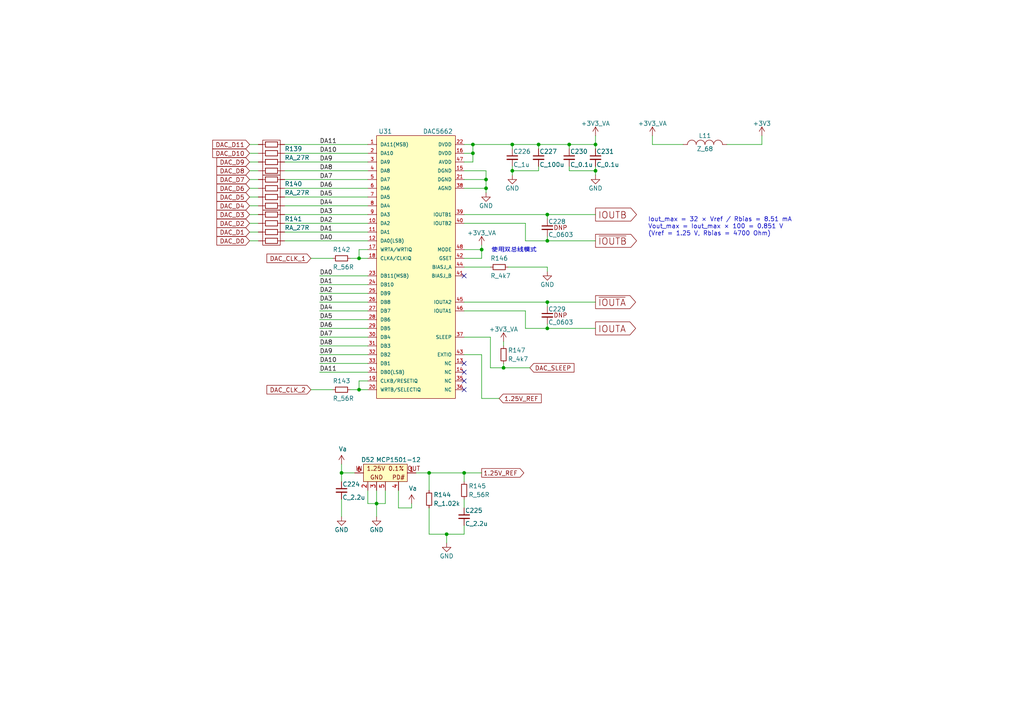
<source format=kicad_sch>
(kicad_sch
	(version 20231120)
	(generator "eeschema")
	(generator_version "8.0")
	(uuid "b3646db2-1c22-43af-bb6b-82c640c2ca94")
	(paper "A4")
	(title_block
		(rev "v2")
		(comment 1 "Copyright Dejan Priversek 2017")
	)
	(lib_symbols
		(symbol "ScopefunParts:+3.3V"
			(power)
			(pin_names
				(offset 0)
			)
			(exclude_from_sim no)
			(in_bom yes)
			(on_board yes)
			(property "Reference" "#PWR"
				(at 0 -3.81 0)
				(effects
					(font
						(size 1.27 1.27)
					)
					(hide yes)
				)
			)
			(property "Value" "+3.3V"
				(at 0 3.556 0)
				(effects
					(font
						(size 1.27 1.27)
					)
				)
			)
			(property "Footprint" ""
				(at 0 0 0)
				(effects
					(font
						(size 1.27 1.27)
					)
				)
			)
			(property "Datasheet" ""
				(at 0 0 0)
				(effects
					(font
						(size 1.27 1.27)
					)
				)
			)
			(property "Description" ""
				(at 0 0 0)
				(effects
					(font
						(size 1.27 1.27)
					)
					(hide yes)
				)
			)
			(property "ki_keywords" "POWER, PWR"
				(at 0 0 0)
				(effects
					(font
						(size 1.27 1.27)
					)
					(hide yes)
				)
			)
			(symbol "+3.3V_0_1"
				(polyline
					(pts
						(xy -0.762 1.27) (xy 0 2.54)
					)
					(stroke
						(width 0)
						(type solid)
					)
					(fill
						(type none)
					)
				)
				(polyline
					(pts
						(xy 0 0) (xy 0 2.54)
					)
					(stroke
						(width 0)
						(type solid)
					)
					(fill
						(type none)
					)
				)
				(polyline
					(pts
						(xy 0 2.54) (xy 0.762 1.27)
					)
					(stroke
						(width 0)
						(type solid)
					)
					(fill
						(type none)
					)
				)
			)
			(symbol "+3.3V_1_1"
				(pin power_in line
					(at 0 0 90)
					(length 0) hide
					(name "+3V3"
						(effects
							(font
								(size 1.27 1.27)
							)
						)
					)
					(number "1"
						(effects
							(font
								(size 1.27 1.27)
							)
						)
					)
				)
			)
		)
		(symbol "ScopefunParts:+3.3V_VA"
			(power)
			(pin_names
				(offset 0)
			)
			(exclude_from_sim no)
			(in_bom yes)
			(on_board yes)
			(property "Reference" "#PWR"
				(at 0 -3.81 0)
				(effects
					(font
						(size 1.27 1.27)
					)
					(hide yes)
				)
			)
			(property "Value" "+3.3V_VA"
				(at 0 3.556 0)
				(effects
					(font
						(size 1.27 1.27)
					)
				)
			)
			(property "Footprint" ""
				(at 0 0 0)
				(effects
					(font
						(size 1.27 1.27)
					)
				)
			)
			(property "Datasheet" ""
				(at 0 0 0)
				(effects
					(font
						(size 1.27 1.27)
					)
				)
			)
			(property "Description" ""
				(at 0 0 0)
				(effects
					(font
						(size 1.27 1.27)
					)
					(hide yes)
				)
			)
			(property "ki_keywords" "POWER, PWR"
				(at 0 0 0)
				(effects
					(font
						(size 1.27 1.27)
					)
					(hide yes)
				)
			)
			(symbol "+3.3V_VA_0_1"
				(polyline
					(pts
						(xy -0.762 1.27) (xy 0 2.54)
					)
					(stroke
						(width 0)
						(type solid)
					)
					(fill
						(type none)
					)
				)
				(polyline
					(pts
						(xy 0 0) (xy 0 2.54)
					)
					(stroke
						(width 0)
						(type solid)
					)
					(fill
						(type none)
					)
				)
				(polyline
					(pts
						(xy 0 2.54) (xy 0.762 1.27)
					)
					(stroke
						(width 0)
						(type solid)
					)
					(fill
						(type none)
					)
				)
			)
			(symbol "+3.3V_VA_1_1"
				(pin power_in line
					(at 0 0 90)
					(length 0) hide
					(name "+3V3_VA"
						(effects
							(font
								(size 1.27 1.27)
							)
						)
					)
					(number "1"
						(effects
							(font
								(size 1.27 1.27)
							)
						)
					)
				)
			)
		)
		(symbol "ScopefunParts:+Va"
			(power)
			(pin_names
				(offset 0)
			)
			(exclude_from_sim no)
			(in_bom yes)
			(on_board yes)
			(property "Reference" "#PWR"
				(at 0 -2.54 0)
				(effects
					(font
						(size 1.27 1.27)
					)
					(hide yes)
				)
			)
			(property "Value" "+Va"
				(at 0 3.556 0)
				(effects
					(font
						(size 1.27 1.27)
					)
				)
			)
			(property "Footprint" ""
				(at 0 0 0)
				(effects
					(font
						(size 1.27 1.27)
					)
				)
			)
			(property "Datasheet" ""
				(at 0 0 0)
				(effects
					(font
						(size 1.27 1.27)
					)
				)
			)
			(property "Description" ""
				(at 0 0 0)
				(effects
					(font
						(size 1.27 1.27)
					)
					(hide yes)
				)
			)
			(property "ki_keywords" "POWER, PWR"
				(at 0 0 0)
				(effects
					(font
						(size 1.27 1.27)
					)
					(hide yes)
				)
			)
			(symbol "+Va_0_1"
				(polyline
					(pts
						(xy -0.762 1.27) (xy 0 2.54)
					)
					(stroke
						(width 0)
						(type solid)
					)
					(fill
						(type none)
					)
				)
				(polyline
					(pts
						(xy 0 0) (xy 0 2.54)
					)
					(stroke
						(width 0)
						(type solid)
					)
					(fill
						(type none)
					)
				)
				(polyline
					(pts
						(xy 0 2.54) (xy 0.762 1.27)
					)
					(stroke
						(width 0)
						(type solid)
					)
					(fill
						(type none)
					)
				)
			)
			(symbol "+Va_1_1"
				(pin power_in line
					(at 0 0 90)
					(length 0) hide
					(name "Va"
						(effects
							(font
								(size 1.27 1.27)
							)
						)
					)
					(number "1"
						(effects
							(font
								(size 1.27 1.27)
							)
						)
					)
				)
			)
		)
		(symbol "ScopefunParts:C_0.1u"
			(pin_numbers hide)
			(pin_names
				(offset 0.254) hide)
			(exclude_from_sim no)
			(in_bom yes)
			(on_board yes)
			(property "Reference" "C"
				(at 0.254 1.778 0)
				(effects
					(font
						(size 1.27 1.27)
					)
					(justify left)
				)
			)
			(property "Value" "C_0.1u"
				(at 0.254 -2.032 0)
				(effects
					(font
						(size 1.27 1.27)
					)
					(justify left)
				)
			)
			(property "Footprint" "ScopefunPackagesLibrary:C_0603"
				(at 0 -5.08 0)
				(effects
					(font
						(size 1.27 1.27)
					)
					(hide yes)
				)
			)
			(property "Datasheet" ""
				(at 0.254 1.778 0)
				(effects
					(font
						(size 1.27 1.27)
					)
					(hide yes)
				)
			)
			(property "Description" "MLCC - SMD/SMT 0603 16V X7R 10%"
				(at 2.794 4.318 0)
				(effects
					(font
						(size 1.524 1.524)
					)
					(hide yes)
				)
			)
			(property "Description_1" "MLCC - SMD/SMT 0603 16V X7R 10%"
				(at 1.27 6.35 0)
				(effects
					(font
						(size 1.524 1.524)
					)
					(hide yes)
				)
			)
			(property "ki_fp_filters" "0603"
				(at 0 0 0)
				(effects
					(font
						(size 1.27 1.27)
					)
					(hide yes)
				)
			)
			(symbol "C_0.1u_0_1"
				(polyline
					(pts
						(xy -1.524 -0.508) (xy 1.524 -0.508)
					)
					(stroke
						(width 0.3302)
						(type solid)
					)
					(fill
						(type none)
					)
				)
				(polyline
					(pts
						(xy -1.524 0.508) (xy 1.524 0.508)
					)
					(stroke
						(width 0.3048)
						(type solid)
					)
					(fill
						(type none)
					)
				)
			)
			(symbol "C_0.1u_1_1"
				(pin passive line
					(at 0 2.54 270)
					(length 1.905)
					(name "~"
						(effects
							(font
								(size 1.016 1.016)
							)
						)
					)
					(number "1"
						(effects
							(font
								(size 1.016 1.016)
							)
						)
					)
				)
				(pin passive line
					(at 0 -2.54 90)
					(length 2.032)
					(name "~"
						(effects
							(font
								(size 1.016 1.016)
							)
						)
					)
					(number "2"
						(effects
							(font
								(size 1.016 1.016)
							)
						)
					)
				)
			)
		)
		(symbol "ScopefunParts:C_0603"
			(pin_numbers hide)
			(pin_names
				(offset 0.254) hide)
			(exclude_from_sim no)
			(in_bom yes)
			(on_board yes)
			(property "Reference" "C"
				(at 0.254 1.778 0)
				(effects
					(font
						(size 1.27 1.27)
					)
					(justify left)
				)
			)
			(property "Value" "C_0603"
				(at 0.254 -2.032 0)
				(effects
					(font
						(size 1.27 1.27)
					)
					(justify left)
				)
			)
			(property "Footprint" "ScopefunPackagesLibrary:0603"
				(at 0 -3.81 0)
				(effects
					(font
						(size 1.27 1.27)
					)
					(hide yes)
				)
			)
			(property "Datasheet" ""
				(at 0.254 1.778 0)
				(effects
					(font
						(size 1.27 1.27)
					)
					(hide yes)
				)
			)
			(property "Description" "DNP"
				(at 0 3.81 0)
				(effects
					(font
						(size 1.27 1.27)
					)
					(hide yes)
				)
			)
			(property "ki_fp_filters" "0603"
				(at 0 0 0)
				(effects
					(font
						(size 1.27 1.27)
					)
					(hide yes)
				)
			)
			(symbol "C_0603_0_0"
				(text "DNP"
					(at 3.81 0 0)
					(effects
						(font
							(size 1.27 1.27)
						)
					)
				)
			)
			(symbol "C_0603_0_1"
				(polyline
					(pts
						(xy -1.524 -0.508) (xy 1.524 -0.508)
					)
					(stroke
						(width 0.3302)
						(type solid)
					)
					(fill
						(type none)
					)
				)
				(polyline
					(pts
						(xy -1.524 0.508) (xy 1.524 0.508)
					)
					(stroke
						(width 0.3048)
						(type solid)
					)
					(fill
						(type none)
					)
				)
			)
			(symbol "C_0603_1_1"
				(pin passive line
					(at 0 2.54 270)
					(length 1.905)
					(name "~"
						(effects
							(font
								(size 1.016 1.016)
							)
						)
					)
					(number "1"
						(effects
							(font
								(size 1.016 1.016)
							)
						)
					)
				)
				(pin passive line
					(at 0 -2.54 90)
					(length 2.032)
					(name "~"
						(effects
							(font
								(size 1.016 1.016)
							)
						)
					)
					(number "2"
						(effects
							(font
								(size 1.016 1.016)
							)
						)
					)
				)
			)
		)
		(symbol "ScopefunParts:C_100u"
			(pin_numbers hide)
			(pin_names
				(offset 0.254) hide)
			(exclude_from_sim no)
			(in_bom yes)
			(on_board yes)
			(property "Reference" "C"
				(at 0.254 1.778 0)
				(effects
					(font
						(size 1.27 1.27)
					)
					(justify left)
				)
			)
			(property "Value" "C_100u"
				(at 0.254 -2.032 0)
				(effects
					(font
						(size 1.27 1.27)
					)
					(justify left)
				)
			)
			(property "Footprint" "ScopefunPackagesLibrary:C_1210"
				(at 0 -5.08 0)
				(effects
					(font
						(size 1.27 1.27)
					)
					(hide yes)
				)
			)
			(property "Datasheet" "http://datasheets.avx.com/cx5r.pdf"
				(at 0 -7.62 0)
				(effects
					(font
						(size 1.27 1.27)
					)
					(hide yes)
				)
			)
			(property "Description" "MLCC - SMD/SMT 1210 6.3V X5R 20%"
				(at 2.794 4.318 0)
				(effects
					(font
						(size 1.524 1.524)
					)
					(hide yes)
				)
			)
			(property "Description_1" "MLCC - SMD/SMT 1210 6.3V X5R 20%"
				(at 0 6.35 0)
				(effects
					(font
						(size 1.524 1.524)
					)
					(hide yes)
				)
			)
			(property "ki_fp_filters" "0603"
				(at 0 0 0)
				(effects
					(font
						(size 1.27 1.27)
					)
					(hide yes)
				)
			)
			(symbol "C_100u_0_1"
				(polyline
					(pts
						(xy -1.524 -0.508) (xy 1.524 -0.508)
					)
					(stroke
						(width 0.3302)
						(type solid)
					)
					(fill
						(type none)
					)
				)
				(polyline
					(pts
						(xy -1.524 0.508) (xy 1.524 0.508)
					)
					(stroke
						(width 0.3048)
						(type solid)
					)
					(fill
						(type none)
					)
				)
			)
			(symbol "C_100u_1_1"
				(pin passive line
					(at 0 2.54 270)
					(length 1.905)
					(name "~"
						(effects
							(font
								(size 1.016 1.016)
							)
						)
					)
					(number "1"
						(effects
							(font
								(size 1.016 1.016)
							)
						)
					)
				)
				(pin passive line
					(at 0 -2.54 90)
					(length 2.032)
					(name "~"
						(effects
							(font
								(size 1.016 1.016)
							)
						)
					)
					(number "2"
						(effects
							(font
								(size 1.016 1.016)
							)
						)
					)
				)
			)
		)
		(symbol "ScopefunParts:C_1u"
			(pin_numbers hide)
			(pin_names
				(offset 0.254) hide)
			(exclude_from_sim no)
			(in_bom yes)
			(on_board yes)
			(property "Reference" "C"
				(at 0.254 1.778 0)
				(effects
					(font
						(size 1.27 1.27)
					)
					(justify left)
				)
			)
			(property "Value" "C_1u"
				(at 0.254 -2.032 0)
				(effects
					(font
						(size 1.27 1.27)
					)
					(justify left)
				)
			)
			(property "Footprint" "ScopefunPackagesLibrary:C_0603"
				(at 0 -5.08 0)
				(effects
					(font
						(size 1.27 1.27)
					)
					(hide yes)
				)
			)
			(property "Datasheet" ""
				(at 0.254 1.778 0)
				(effects
					(font
						(size 1.27 1.27)
					)
					(hide yes)
				)
			)
			(property "Description" "MLCC - SMD/SMT 0603 10V X7R 10%"
				(at 2.794 4.318 0)
				(effects
					(font
						(size 1.524 1.524)
					)
					(hide yes)
				)
			)
			(property "Description_1" "MLCC - SMD/SMT 0603 6.3V X5R 10%"
				(at 0 6.35 0)
				(effects
					(font
						(size 1.524 1.524)
					)
					(hide yes)
				)
			)
			(property "ki_fp_filters" "0603"
				(at 0 0 0)
				(effects
					(font
						(size 1.27 1.27)
					)
					(hide yes)
				)
			)
			(symbol "C_1u_0_1"
				(polyline
					(pts
						(xy -1.524 -0.508) (xy 1.524 -0.508)
					)
					(stroke
						(width 0.3302)
						(type solid)
					)
					(fill
						(type none)
					)
				)
				(polyline
					(pts
						(xy -1.524 0.508) (xy 1.524 0.508)
					)
					(stroke
						(width 0.3048)
						(type solid)
					)
					(fill
						(type none)
					)
				)
			)
			(symbol "C_1u_1_1"
				(pin passive line
					(at 0 2.54 270)
					(length 1.905)
					(name "~"
						(effects
							(font
								(size 1.016 1.016)
							)
						)
					)
					(number "1"
						(effects
							(font
								(size 1.016 1.016)
							)
						)
					)
				)
				(pin passive line
					(at 0 -2.54 90)
					(length 2.032)
					(name "~"
						(effects
							(font
								(size 1.016 1.016)
							)
						)
					)
					(number "2"
						(effects
							(font
								(size 1.016 1.016)
							)
						)
					)
				)
			)
		)
		(symbol "ScopefunParts:C_2.2u"
			(pin_numbers hide)
			(pin_names
				(offset 0.254) hide)
			(exclude_from_sim no)
			(in_bom yes)
			(on_board yes)
			(property "Reference" "C"
				(at 0.254 1.778 0)
				(effects
					(font
						(size 1.27 1.27)
					)
					(justify left)
				)
			)
			(property "Value" "C_2.2u"
				(at 0.254 -2.032 0)
				(effects
					(font
						(size 1.27 1.27)
					)
					(justify left)
				)
			)
			(property "Footprint" "ScopefunPackagesLibrary:C_0603"
				(at 0 -5.08 0)
				(effects
					(font
						(size 1.27 1.27)
					)
					(hide yes)
				)
			)
			(property "Datasheet" ""
				(at 0.254 1.778 0)
				(effects
					(font
						(size 1.27 1.27)
					)
					(hide yes)
				)
			)
			(property "Description" "MLCC - SMD/SMT 0603 10V X5R 10%"
				(at 0 5.08 0)
				(effects
					(font
						(size 1.524 1.524)
					)
					(hide yes)
				)
			)
			(property "Description_1" "MLCC - SMD/SMT 0603 6.3V X5R 20%"
				(at 0 7.62 0)
				(effects
					(font
						(size 1.524 1.524)
					)
					(hide yes)
				)
			)
			(property "ki_fp_filters" "0603"
				(at 0 0 0)
				(effects
					(font
						(size 1.27 1.27)
					)
					(hide yes)
				)
			)
			(symbol "C_2.2u_0_1"
				(polyline
					(pts
						(xy -1.524 -0.508) (xy 1.524 -0.508)
					)
					(stroke
						(width 0.3302)
						(type solid)
					)
					(fill
						(type none)
					)
				)
				(polyline
					(pts
						(xy -1.524 0.508) (xy 1.524 0.508)
					)
					(stroke
						(width 0.3048)
						(type solid)
					)
					(fill
						(type none)
					)
				)
			)
			(symbol "C_2.2u_1_1"
				(pin passive line
					(at 0 2.54 270)
					(length 1.905)
					(name "~"
						(effects
							(font
								(size 1.016 1.016)
							)
						)
					)
					(number "1"
						(effects
							(font
								(size 1.016 1.016)
							)
						)
					)
				)
				(pin passive line
					(at 0 -2.54 90)
					(length 2.032)
					(name "~"
						(effects
							(font
								(size 1.016 1.016)
							)
						)
					)
					(number "2"
						(effects
							(font
								(size 1.016 1.016)
							)
						)
					)
				)
			)
		)
		(symbol "ScopefunParts:DAC5662"
			(pin_names
				(offset 1.016)
			)
			(exclude_from_sim no)
			(in_bom yes)
			(on_board yes)
			(property "Reference" "U"
				(at -8.89 34.29 0)
				(effects
					(font
						(size 1.27 1.27)
					)
				)
			)
			(property "Value" "DAC5662"
				(at 6.35 34.29 0)
				(effects
					(font
						(size 1.27 1.27)
					)
				)
			)
			(property "Footprint" "ScopefunPackagesLibrary:S-PQFP-G48"
				(at 0 -49.53 0)
				(effects
					(font
						(size 1.27 1.27)
					)
					(hide yes)
				)
			)
			(property "Datasheet" "http://www.ti.com/lit/ds/symlink/dac5662.pdf"
				(at 0 -44.45 0)
				(effects
					(font
						(size 1.27 1.27)
					)
					(hide yes)
				)
			)
			(property "Description" "DAC5662 DAC"
				(at -3.81 39.37 0)
				(effects
					(font
						(size 1.27 1.27)
					)
					(hide yes)
				)
			)
			(property "MFG Part#" "DAC5662IPFB"
				(at 0 -46.99 0)
				(effects
					(font
						(size 1.27 1.27)
					)
					(hide yes)
				)
			)
			(property "ki_keywords" "DAC5662"
				(at 0 0 0)
				(effects
					(font
						(size 1.27 1.27)
					)
					(hide yes)
				)
			)
			(symbol "DAC5662_1_1"
				(rectangle
					(start -11.43 33.02)
					(end 11.43 -43.18)
					(stroke
						(width 0)
						(type solid)
					)
					(fill
						(type background)
					)
				)
				(pin input line
					(at -13.97 30.48 0)
					(length 2.54)
					(name "DA11(MSB)"
						(effects
							(font
								(size 0.9906 0.9906)
							)
						)
					)
					(number "1"
						(effects
							(font
								(size 0.9906 0.9906)
							)
						)
					)
				)
				(pin input line
					(at -13.97 7.62 0)
					(length 2.54)
					(name "DA2"
						(effects
							(font
								(size 0.9906 0.9906)
							)
						)
					)
					(number "10"
						(effects
							(font
								(size 0.9906 0.9906)
							)
						)
					)
				)
				(pin input line
					(at -13.97 5.08 0)
					(length 2.54)
					(name "DA1"
						(effects
							(font
								(size 0.9906 0.9906)
							)
						)
					)
					(number "11"
						(effects
							(font
								(size 0.9906 0.9906)
							)
						)
					)
				)
				(pin input line
					(at -13.97 2.54 0)
					(length 2.54)
					(name "DA0(LSB)"
						(effects
							(font
								(size 0.9906 0.9906)
							)
						)
					)
					(number "12"
						(effects
							(font
								(size 0.9906 0.9906)
							)
						)
					)
				)
				(pin unspecified line
					(at 13.97 -33.02 180)
					(length 2.54)
					(name "NC"
						(effects
							(font
								(size 0.9906 0.9906)
							)
						)
					)
					(number "13"
						(effects
							(font
								(size 0.9906 0.9906)
							)
						)
					)
				)
				(pin unspecified line
					(at 13.97 -35.56 180)
					(length 2.54)
					(name "NC"
						(effects
							(font
								(size 0.9906 0.9906)
							)
						)
					)
					(number "14"
						(effects
							(font
								(size 0.9906 0.9906)
							)
						)
					)
				)
				(pin power_in line
					(at 13.97 22.86 180)
					(length 2.54)
					(name "DGND"
						(effects
							(font
								(size 0.9906 0.9906)
							)
						)
					)
					(number "15"
						(effects
							(font
								(size 0.9906 0.9906)
							)
						)
					)
				)
				(pin power_in line
					(at 13.97 27.94 180)
					(length 2.54)
					(name "DVDD"
						(effects
							(font
								(size 0.9906 0.9906)
							)
						)
					)
					(number "16"
						(effects
							(font
								(size 0.9906 0.9906)
							)
						)
					)
				)
				(pin input line
					(at -13.97 0 0)
					(length 2.54)
					(name "WRTA/WRTIQ"
						(effects
							(font
								(size 0.9906 0.9906)
							)
						)
					)
					(number "17"
						(effects
							(font
								(size 0.9906 0.9906)
							)
						)
					)
				)
				(pin input line
					(at -13.97 -2.54 0)
					(length 2.54)
					(name "CLKA/CLKIQ"
						(effects
							(font
								(size 0.9906 0.9906)
							)
						)
					)
					(number "18"
						(effects
							(font
								(size 0.9906 0.9906)
							)
						)
					)
				)
				(pin input line
					(at -13.97 -38.1 0)
					(length 2.54)
					(name "CLKB/RESETIQ"
						(effects
							(font
								(size 0.9906 0.9906)
							)
						)
					)
					(number "19"
						(effects
							(font
								(size 0.9906 0.9906)
							)
						)
					)
				)
				(pin input line
					(at -13.97 27.94 0)
					(length 2.54)
					(name "DA10"
						(effects
							(font
								(size 0.9906 0.9906)
							)
						)
					)
					(number "2"
						(effects
							(font
								(size 0.9906 0.9906)
							)
						)
					)
				)
				(pin input line
					(at -13.97 -40.64 0)
					(length 2.54)
					(name "WRTB/SELECTIQ"
						(effects
							(font
								(size 0.9906 0.9906)
							)
						)
					)
					(number "20"
						(effects
							(font
								(size 0.9906 0.9906)
							)
						)
					)
				)
				(pin power_in line
					(at 13.97 20.32 180)
					(length 2.54)
					(name "DGND"
						(effects
							(font
								(size 0.9906 0.9906)
							)
						)
					)
					(number "21"
						(effects
							(font
								(size 0.9906 0.9906)
							)
						)
					)
				)
				(pin power_in line
					(at 13.97 30.48 180)
					(length 2.54)
					(name "DVDD"
						(effects
							(font
								(size 0.9906 0.9906)
							)
						)
					)
					(number "22"
						(effects
							(font
								(size 0.9906 0.9906)
							)
						)
					)
				)
				(pin input line
					(at -13.97 -7.62 0)
					(length 2.54)
					(name "DB11(MSB)"
						(effects
							(font
								(size 0.9906 0.9906)
							)
						)
					)
					(number "23"
						(effects
							(font
								(size 0.9906 0.9906)
							)
						)
					)
				)
				(pin input line
					(at -13.97 -10.16 0)
					(length 2.54)
					(name "DB10"
						(effects
							(font
								(size 0.9906 0.9906)
							)
						)
					)
					(number "24"
						(effects
							(font
								(size 0.9906 0.9906)
							)
						)
					)
				)
				(pin input line
					(at -13.97 -12.7 0)
					(length 2.54)
					(name "DB9"
						(effects
							(font
								(size 0.9906 0.9906)
							)
						)
					)
					(number "25"
						(effects
							(font
								(size 0.9906 0.9906)
							)
						)
					)
				)
				(pin input line
					(at -13.97 -15.24 0)
					(length 2.54)
					(name "DB8"
						(effects
							(font
								(size 0.9906 0.9906)
							)
						)
					)
					(number "26"
						(effects
							(font
								(size 0.9906 0.9906)
							)
						)
					)
				)
				(pin input line
					(at -13.97 -17.78 0)
					(length 2.54)
					(name "DB7"
						(effects
							(font
								(size 0.9906 0.9906)
							)
						)
					)
					(number "27"
						(effects
							(font
								(size 0.9906 0.9906)
							)
						)
					)
				)
				(pin input line
					(at -13.97 -20.32 0)
					(length 2.54)
					(name "DB6"
						(effects
							(font
								(size 0.9906 0.9906)
							)
						)
					)
					(number "28"
						(effects
							(font
								(size 0.9906 0.9906)
							)
						)
					)
				)
				(pin input line
					(at -13.97 -22.86 0)
					(length 2.54)
					(name "DB5"
						(effects
							(font
								(size 0.9906 0.9906)
							)
						)
					)
					(number "29"
						(effects
							(font
								(size 0.9906 0.9906)
							)
						)
					)
				)
				(pin input line
					(at -13.97 25.4 0)
					(length 2.54)
					(name "DA9"
						(effects
							(font
								(size 0.9906 0.9906)
							)
						)
					)
					(number "3"
						(effects
							(font
								(size 0.9906 0.9906)
							)
						)
					)
				)
				(pin input line
					(at -13.97 -25.4 0)
					(length 2.54)
					(name "DB4"
						(effects
							(font
								(size 0.9906 0.9906)
							)
						)
					)
					(number "30"
						(effects
							(font
								(size 0.9906 0.9906)
							)
						)
					)
				)
				(pin input line
					(at -13.97 -27.94 0)
					(length 2.54)
					(name "DB3"
						(effects
							(font
								(size 0.9906 0.9906)
							)
						)
					)
					(number "31"
						(effects
							(font
								(size 0.9906 0.9906)
							)
						)
					)
				)
				(pin input line
					(at -13.97 -30.48 0)
					(length 2.54)
					(name "DB2"
						(effects
							(font
								(size 0.9906 0.9906)
							)
						)
					)
					(number "32"
						(effects
							(font
								(size 0.9906 0.9906)
							)
						)
					)
				)
				(pin input line
					(at -13.97 -33.02 0)
					(length 2.54)
					(name "DB1"
						(effects
							(font
								(size 0.9906 0.9906)
							)
						)
					)
					(number "33"
						(effects
							(font
								(size 0.9906 0.9906)
							)
						)
					)
				)
				(pin input line
					(at -13.97 -35.56 0)
					(length 2.54)
					(name "DB0(LSB)"
						(effects
							(font
								(size 0.9906 0.9906)
							)
						)
					)
					(number "34"
						(effects
							(font
								(size 0.9906 0.9906)
							)
						)
					)
				)
				(pin unspecified line
					(at 13.97 -38.1 180)
					(length 2.54)
					(name "NC"
						(effects
							(font
								(size 0.9906 0.9906)
							)
						)
					)
					(number "35"
						(effects
							(font
								(size 0.9906 0.9906)
							)
						)
					)
				)
				(pin unspecified line
					(at 13.97 -40.64 180)
					(length 2.54)
					(name "NC"
						(effects
							(font
								(size 0.9906 0.9906)
							)
						)
					)
					(number "36"
						(effects
							(font
								(size 0.9906 0.9906)
							)
						)
					)
				)
				(pin input line
					(at 13.97 -25.4 180)
					(length 2.54)
					(name "SLEEP"
						(effects
							(font
								(size 0.9906 0.9906)
							)
						)
					)
					(number "37"
						(effects
							(font
								(size 0.9906 0.9906)
							)
						)
					)
				)
				(pin power_in line
					(at 13.97 17.78 180)
					(length 2.54)
					(name "AGND"
						(effects
							(font
								(size 0.9906 0.9906)
							)
						)
					)
					(number "38"
						(effects
							(font
								(size 0.9906 0.9906)
							)
						)
					)
				)
				(pin output line
					(at 13.97 10.16 180)
					(length 2.54)
					(name "IOUTB1"
						(effects
							(font
								(size 0.9906 0.9906)
							)
						)
					)
					(number "39"
						(effects
							(font
								(size 0.9906 0.9906)
							)
						)
					)
				)
				(pin input line
					(at -13.97 22.86 0)
					(length 2.54)
					(name "DA8"
						(effects
							(font
								(size 0.9906 0.9906)
							)
						)
					)
					(number "4"
						(effects
							(font
								(size 0.9906 0.9906)
							)
						)
					)
				)
				(pin output line
					(at 13.97 7.62 180)
					(length 2.54)
					(name "IOUTB2"
						(effects
							(font
								(size 0.9906 0.9906)
							)
						)
					)
					(number "40"
						(effects
							(font
								(size 0.9906 0.9906)
							)
						)
					)
				)
				(pin input line
					(at 13.97 -7.62 180)
					(length 2.54)
					(name "BIASJ_B"
						(effects
							(font
								(size 0.9906 0.9906)
							)
						)
					)
					(number "41"
						(effects
							(font
								(size 0.9906 0.9906)
							)
						)
					)
				)
				(pin input line
					(at 13.97 -2.54 180)
					(length 2.54)
					(name "GSET"
						(effects
							(font
								(size 0.9906 0.9906)
							)
						)
					)
					(number "42"
						(effects
							(font
								(size 0.9906 0.9906)
							)
						)
					)
				)
				(pin bidirectional line
					(at 13.97 -30.48 180)
					(length 2.54)
					(name "EXTIO"
						(effects
							(font
								(size 0.9906 0.9906)
							)
						)
					)
					(number "43"
						(effects
							(font
								(size 0.9906 0.9906)
							)
						)
					)
				)
				(pin input line
					(at 13.97 -5.08 180)
					(length 2.54)
					(name "BIASJ_A"
						(effects
							(font
								(size 0.9906 0.9906)
							)
						)
					)
					(number "44"
						(effects
							(font
								(size 0.9906 0.9906)
							)
						)
					)
				)
				(pin output line
					(at 13.97 -15.24 180)
					(length 2.54)
					(name "IOUTA2"
						(effects
							(font
								(size 0.9906 0.9906)
							)
						)
					)
					(number "45"
						(effects
							(font
								(size 0.9906 0.9906)
							)
						)
					)
				)
				(pin output line
					(at 13.97 -17.78 180)
					(length 2.54)
					(name "IOUTA1"
						(effects
							(font
								(size 0.9906 0.9906)
							)
						)
					)
					(number "46"
						(effects
							(font
								(size 0.9906 0.9906)
							)
						)
					)
				)
				(pin power_in line
					(at 13.97 25.4 180)
					(length 2.54)
					(name "AVDD"
						(effects
							(font
								(size 0.9906 0.9906)
							)
						)
					)
					(number "47"
						(effects
							(font
								(size 0.9906 0.9906)
							)
						)
					)
				)
				(pin input line
					(at 13.97 0 180)
					(length 2.54)
					(name "MODE"
						(effects
							(font
								(size 0.9906 0.9906)
							)
						)
					)
					(number "48"
						(effects
							(font
								(size 0.9906 0.9906)
							)
						)
					)
				)
				(pin input line
					(at -13.97 20.32 0)
					(length 2.54)
					(name "DA7"
						(effects
							(font
								(size 0.9906 0.9906)
							)
						)
					)
					(number "5"
						(effects
							(font
								(size 0.9906 0.9906)
							)
						)
					)
				)
				(pin input line
					(at -13.97 17.78 0)
					(length 2.54)
					(name "DA6"
						(effects
							(font
								(size 0.9906 0.9906)
							)
						)
					)
					(number "6"
						(effects
							(font
								(size 0.9906 0.9906)
							)
						)
					)
				)
				(pin input line
					(at -13.97 15.24 0)
					(length 2.54)
					(name "DA5"
						(effects
							(font
								(size 0.9906 0.9906)
							)
						)
					)
					(number "7"
						(effects
							(font
								(size 0.9906 0.9906)
							)
						)
					)
				)
				(pin input line
					(at -13.97 12.7 0)
					(length 2.54)
					(name "DA4"
						(effects
							(font
								(size 0.9906 0.9906)
							)
						)
					)
					(number "8"
						(effects
							(font
								(size 0.9906 0.9906)
							)
						)
					)
				)
				(pin input line
					(at -13.97 10.16 0)
					(length 2.54)
					(name "DA3"
						(effects
							(font
								(size 0.9906 0.9906)
							)
						)
					)
					(number "9"
						(effects
							(font
								(size 0.9906 0.9906)
							)
						)
					)
				)
			)
		)
		(symbol "ScopefunParts:MCP1501-12"
			(pin_names
				(offset 0) hide)
			(exclude_from_sim no)
			(in_bom yes)
			(on_board yes)
			(property "Reference" "D"
				(at -5.08 3.81 0)
				(effects
					(font
						(size 1.27 1.27)
					)
				)
			)
			(property "Value" "MCP1501-12"
				(at 3.81 3.81 0)
				(effects
					(font
						(size 1.27 1.27)
					)
				)
			)
			(property "Footprint" "ScopefunPackagesLibrary:SOT23-6"
				(at 0 -10.16 0)
				(effects
					(font
						(size 1.27 1.27)
					)
					(hide yes)
				)
			)
			(property "Datasheet" "http://ww1.microchip.com/downloads/en/DeviceDoc/20005474D.pdf"
				(at 0 -7.62 0)
				(effects
					(font
						(size 1.27 1.27)
					)
					(hide yes)
				)
			)
			(property "Description" "1.25V High-Precision Buffered Voltage Reference SOT23-6"
				(at 0 10.16 0)
				(effects
					(font
						(size 1.27 1.27)
					)
					(hide yes)
				)
			)
			(property "MFG Part#" "MCP1501T-12E/CHY"
				(at 0 7.62 0)
				(effects
					(font
						(size 1.27 1.27)
					)
					(hide yes)
				)
			)
			(property "ki_fp_filters" "D? SO* SM*"
				(at 0 0 0)
				(effects
					(font
						(size 1.27 1.27)
					)
					(hide yes)
				)
			)
			(symbol "MCP1501-12_0_0"
				(text "1.25V 0.1%"
					(at 0 1.27 0)
					(effects
						(font
							(size 1.27 1.27)
						)
					)
				)
				(text "GND"
					(at -2.54 -1.27 0)
					(effects
						(font
							(size 1.1938 1.1938)
						)
					)
				)
				(text "IN"
					(at -7.62 1.27 0)
					(effects
						(font
							(size 1.27 1.27)
						)
					)
				)
				(text "OUT"
					(at 6.35 1.27 0)
					(effects
						(font
							(size 1.27 1.27)
						)
						(justify left)
					)
				)
				(text "PD#"
					(at 3.81 -1.27 0)
					(effects
						(font
							(size 1.1938 1.1938)
						)
					)
				)
			)
			(symbol "MCP1501-12_0_1"
				(rectangle
					(start -6.35 2.54)
					(end 6.35 -2.54)
					(stroke
						(width 0)
						(type solid)
					)
					(fill
						(type background)
					)
				)
			)
			(symbol "MCP1501-12_1_1"
				(pin output line
					(at 8.89 0 180)
					(length 2.54)
					(name "OUT"
						(effects
							(font
								(size 1.27 1.27)
							)
						)
					)
					(number "1"
						(effects
							(font
								(size 1.27 1.27)
							)
						)
					)
				)
				(pin power_in line
					(at -5.08 -5.08 90)
					(length 2.54)
					(name "GND"
						(effects
							(font
								(size 1.27 1.27)
							)
						)
					)
					(number "2"
						(effects
							(font
								(size 1.27 1.27)
							)
						)
					)
				)
				(pin power_in line
					(at -2.54 -5.08 90)
					(length 2.54)
					(name "GND"
						(effects
							(font
								(size 1.27 1.27)
							)
						)
					)
					(number "3"
						(effects
							(font
								(size 1.27 1.27)
							)
						)
					)
				)
				(pin power_in line
					(at 3.81 -5.08 90)
					(length 2.54)
					(name "SHDN#"
						(effects
							(font
								(size 1.27 1.27)
							)
						)
					)
					(number "4"
						(effects
							(font
								(size 1.27 1.27)
							)
						)
					)
				)
				(pin power_in line
					(at 0 -5.08 90)
					(length 2.54)
					(name "GND"
						(effects
							(font
								(size 1.27 1.27)
							)
						)
					)
					(number "5"
						(effects
							(font
								(size 1.27 1.27)
							)
						)
					)
				)
				(pin power_in line
					(at -8.89 0 0)
					(length 2.54)
					(name "VDD"
						(effects
							(font
								(size 1.27 1.27)
							)
						)
					)
					(number "6"
						(effects
							(font
								(size 1.27 1.27)
							)
						)
					)
				)
			)
		)
		(symbol "ScopefunParts:RA_27R"
			(pin_numbers hide)
			(pin_names
				(offset 0.254) hide)
			(exclude_from_sim no)
			(in_bom yes)
			(on_board yes)
			(property "Reference" "R"
				(at 3.175 5.08 0)
				(effects
					(font
						(size 1.27 1.27)
					)
					(justify left)
				)
			)
			(property "Value" "RA_27R"
				(at 3.175 2.54 0)
				(effects
					(font
						(size 1.27 1.27)
					)
					(justify left)
				)
			)
			(property "Footprint" "ScopefunPackagesLibrary:R_CRA06E"
				(at 0 -10.16 0)
				(effects
					(font
						(size 1.27 1.27)
					)
					(hide yes)
				)
			)
			(property "Datasheet" "http://www.yageo.com/documents/recent/PYu-YC_TC_group_51_RoHS_L_5.pdf"
				(at 0 -7.62 0)
				(effects
					(font
						(size 1.27 1.27)
					)
					(hide yes)
				)
			)
			(property "Description" "RES ARRAY SMD 5% 0.063W 3.2mm x 1.5mm"
				(at 0 8.89 0)
				(effects
					(font
						(size 1.524 1.524)
					)
					(hide yes)
				)
			)
			(property "Description_1" "RES ARRAY SMD 5% 0.063W 3.2mm x 1.5mm"
				(at 0 11.43 0)
				(effects
					(font
						(size 1.524 1.524)
					)
					(hide yes)
				)
			)
			(symbol "RA_27R_0_1"
				(rectangle
					(start -2.54 5.08)
					(end 2.54 -5.08)
					(stroke
						(width 0)
						(type solid)
					)
					(fill
						(type none)
					)
				)
				(rectangle
					(start -1.778 -3.048)
					(end 1.778 -4.572)
					(stroke
						(width 0.2032)
						(type solid)
					)
					(fill
						(type none)
					)
				)
				(rectangle
					(start -1.778 -0.508)
					(end 1.778 -2.032)
					(stroke
						(width 0.2032)
						(type solid)
					)
					(fill
						(type none)
					)
				)
				(rectangle
					(start -1.778 2.032)
					(end 1.778 0.508)
					(stroke
						(width 0.2032)
						(type solid)
					)
					(fill
						(type none)
					)
				)
				(rectangle
					(start -1.778 4.572)
					(end 1.778 3.048)
					(stroke
						(width 0.2032)
						(type solid)
					)
					(fill
						(type none)
					)
				)
				(polyline
					(pts
						(xy -1.905 -3.81) (xy -2.54 -3.81)
					)
					(stroke
						(width 0)
						(type solid)
					)
					(fill
						(type none)
					)
				)
				(polyline
					(pts
						(xy -1.905 -1.27) (xy -2.54 -1.27)
					)
					(stroke
						(width 0)
						(type solid)
					)
					(fill
						(type none)
					)
				)
				(polyline
					(pts
						(xy -1.905 1.27) (xy -2.54 1.27)
					)
					(stroke
						(width 0)
						(type solid)
					)
					(fill
						(type none)
					)
				)
				(polyline
					(pts
						(xy -1.905 3.81) (xy -2.54 3.81)
					)
					(stroke
						(width 0)
						(type solid)
					)
					(fill
						(type none)
					)
				)
				(polyline
					(pts
						(xy 1.905 -3.81) (xy 2.54 -3.81)
					)
					(stroke
						(width 0)
						(type solid)
					)
					(fill
						(type none)
					)
				)
				(polyline
					(pts
						(xy 2.54 1.27) (xy 1.905 1.27)
					)
					(stroke
						(width 0)
						(type solid)
					)
					(fill
						(type none)
					)
				)
				(polyline
					(pts
						(xy 2.54 3.81) (xy 1.905 3.81)
					)
					(stroke
						(width 0)
						(type solid)
					)
					(fill
						(type none)
					)
				)
				(polyline
					(pts
						(xy 1.905 -1.27) (xy 3.175 -1.27) (xy 2.54 -1.27)
					)
					(stroke
						(width 0)
						(type solid)
					)
					(fill
						(type none)
					)
				)
			)
			(symbol "RA_27R_1_1"
				(pin passive line
					(at 3.81 3.81 180)
					(length 1.27)
					(name "~"
						(effects
							(font
								(size 1.016 1.016)
							)
						)
					)
					(number "1"
						(effects
							(font
								(size 1.016 1.016)
							)
						)
					)
				)
				(pin passive line
					(at 3.81 1.27 180)
					(length 1.27)
					(name "~"
						(effects
							(font
								(size 1.016 1.016)
							)
						)
					)
					(number "2"
						(effects
							(font
								(size 1.016 1.016)
							)
						)
					)
				)
				(pin passive line
					(at 3.81 -1.27 180)
					(length 1.27)
					(name "~"
						(effects
							(font
								(size 1.016 1.016)
							)
						)
					)
					(number "3"
						(effects
							(font
								(size 1.016 1.016)
							)
						)
					)
				)
				(pin passive line
					(at 3.81 -3.81 180)
					(length 1.27)
					(name "~"
						(effects
							(font
								(size 1.016 1.016)
							)
						)
					)
					(number "4"
						(effects
							(font
								(size 1.016 1.016)
							)
						)
					)
				)
				(pin passive line
					(at -3.81 -3.81 0)
					(length 1.27)
					(name "~"
						(effects
							(font
								(size 1.016 1.016)
							)
						)
					)
					(number "5"
						(effects
							(font
								(size 1.016 1.016)
							)
						)
					)
				)
				(pin passive line
					(at -3.81 -1.27 0)
					(length 1.27)
					(name "~"
						(effects
							(font
								(size 1.016 1.016)
							)
						)
					)
					(number "6"
						(effects
							(font
								(size 1.016 1.016)
							)
						)
					)
				)
				(pin passive line
					(at -3.81 1.27 0)
					(length 1.27)
					(name "~"
						(effects
							(font
								(size 1.016 1.016)
							)
						)
					)
					(number "7"
						(effects
							(font
								(size 1.016 1.016)
							)
						)
					)
				)
				(pin passive line
					(at -3.81 3.81 0)
					(length 1.27)
					(name "~"
						(effects
							(font
								(size 1.016 1.016)
							)
						)
					)
					(number "8"
						(effects
							(font
								(size 1.016 1.016)
							)
						)
					)
				)
			)
		)
		(symbol "ScopefunParts:R_1.02k"
			(pin_numbers hide)
			(pin_names
				(offset 0.254) hide)
			(exclude_from_sim no)
			(in_bom yes)
			(on_board yes)
			(property "Reference" "R"
				(at 1.27 1.27 0)
				(effects
					(font
						(size 1.27 1.27)
					)
					(justify left)
				)
			)
			(property "Value" "R_1.02k"
				(at 1.27 -1.27 0)
				(effects
					(font
						(size 1.27 1.27)
					)
					(justify left)
				)
			)
			(property "Footprint" "ScopefunPackagesLibrary:R_0603"
				(at 0 -6.35 0)
				(effects
					(font
						(size 1.27 1.27)
					)
					(hide yes)
				)
			)
			(property "Datasheet" "http://industrial.panasonic.com/cdbs/www-data/pdf/AOA0000/AOA0000CE2.pdf"
				(at 0 -3.81 0)
				(effects
					(font
						(size 1.27 1.27)
					)
					(hide yes)
				)
			)
			(property "Description" "RES SMD 1% 1/10W 0603"
				(at 0 3.81 0)
				(effects
					(font
						(size 1.524 1.524)
					)
					(hide yes)
				)
			)
			(property "Description_1" "RES SMD 1% 1/10W 0603"
				(at 0 6.35 0)
				(effects
					(font
						(size 1.524 1.524)
					)
					(hide yes)
				)
			)
			(symbol "R_1.02k_0_1"
				(rectangle
					(start -0.762 1.778)
					(end 0.762 -1.778)
					(stroke
						(width 0.2032)
						(type solid)
					)
					(fill
						(type none)
					)
				)
			)
			(symbol "R_1.02k_1_1"
				(pin passive line
					(at 0 2.54 270)
					(length 0.762)
					(name "~"
						(effects
							(font
								(size 1.016 1.016)
							)
						)
					)
					(number "1"
						(effects
							(font
								(size 1.016 1.016)
							)
						)
					)
				)
				(pin passive line
					(at 0 -2.54 90)
					(length 0.762)
					(name "~"
						(effects
							(font
								(size 1.016 1.016)
							)
						)
					)
					(number "2"
						(effects
							(font
								(size 1.016 1.016)
							)
						)
					)
				)
			)
		)
		(symbol "ScopefunParts:R_4k7"
			(pin_numbers hide)
			(pin_names
				(offset 0.254) hide)
			(exclude_from_sim no)
			(in_bom yes)
			(on_board yes)
			(property "Reference" "R"
				(at 1.27 1.27 0)
				(effects
					(font
						(size 1.27 1.27)
					)
					(justify left)
				)
			)
			(property "Value" "R_4k7"
				(at 1.27 -1.27 0)
				(effects
					(font
						(size 1.27 1.27)
					)
					(justify left)
				)
			)
			(property "Footprint" "ScopefunPackagesLibrary:R_0603"
				(at 0 -6.35 0)
				(effects
					(font
						(size 1.27 1.27)
					)
					(hide yes)
				)
			)
			(property "Datasheet" "http://industrial.panasonic.com/cdbs/www-data/pdf/AOA0000/AOA0000CE2.pdf"
				(at 0 -3.81 0)
				(effects
					(font
						(size 1.27 1.27)
					)
					(hide yes)
				)
			)
			(property "Description" "RES SMD 1% 1/10W 0603"
				(at 0 3.81 0)
				(effects
					(font
						(size 1.524 1.524)
					)
					(hide yes)
				)
			)
			(property "Description_1" "RES SMD 1% 1/10W 0603"
				(at 0 6.35 0)
				(effects
					(font
						(size 1.524 1.524)
					)
					(hide yes)
				)
			)
			(symbol "R_4k7_0_1"
				(rectangle
					(start -0.762 1.778)
					(end 0.762 -1.778)
					(stroke
						(width 0.2032)
						(type solid)
					)
					(fill
						(type none)
					)
				)
			)
			(symbol "R_4k7_1_1"
				(pin passive line
					(at 0 2.54 270)
					(length 0.762)
					(name "~"
						(effects
							(font
								(size 1.016 1.016)
							)
						)
					)
					(number "1"
						(effects
							(font
								(size 1.016 1.016)
							)
						)
					)
				)
				(pin passive line
					(at 0 -2.54 90)
					(length 0.762)
					(name "~"
						(effects
							(font
								(size 1.016 1.016)
							)
						)
					)
					(number "2"
						(effects
							(font
								(size 1.016 1.016)
							)
						)
					)
				)
			)
		)
		(symbol "ScopefunParts:R_56R"
			(pin_numbers hide)
			(pin_names
				(offset 0.254) hide)
			(exclude_from_sim no)
			(in_bom yes)
			(on_board yes)
			(property "Reference" "R"
				(at 1.27 1.27 0)
				(effects
					(font
						(size 1.27 1.27)
					)
					(justify left)
				)
			)
			(property "Value" "R_56R"
				(at 1.27 -1.27 0)
				(effects
					(font
						(size 1.27 1.27)
					)
					(justify left)
				)
			)
			(property "Footprint" "ScopefunPackagesLibrary:R_0603"
				(at 0 -6.35 0)
				(effects
					(font
						(size 1.27 1.27)
					)
					(hide yes)
				)
			)
			(property "Datasheet" "http://industrial.panasonic.com/cdbs/www-data/pdf/AOA0000/AOA0000CE2.pdf"
				(at 0 -3.81 0)
				(effects
					(font
						(size 1.27 1.27)
					)
					(hide yes)
				)
			)
			(property "Description" "RES SMD 1% 1/10W 0603"
				(at 0 3.81 0)
				(effects
					(font
						(size 1.524 1.524)
					)
					(hide yes)
				)
			)
			(property "Description_1" "RES SMD 1% 1/10W 0603"
				(at 0 6.35 0)
				(effects
					(font
						(size 1.524 1.524)
					)
					(hide yes)
				)
			)
			(symbol "R_56R_0_1"
				(rectangle
					(start -0.762 1.778)
					(end 0.762 -1.778)
					(stroke
						(width 0.2032)
						(type solid)
					)
					(fill
						(type none)
					)
				)
			)
			(symbol "R_56R_1_1"
				(pin passive line
					(at 0 2.54 270)
					(length 0.762)
					(name "~"
						(effects
							(font
								(size 1.016 1.016)
							)
						)
					)
					(number "1"
						(effects
							(font
								(size 1.016 1.016)
							)
						)
					)
				)
				(pin passive line
					(at 0 -2.54 90)
					(length 0.762)
					(name "~"
						(effects
							(font
								(size 1.016 1.016)
							)
						)
					)
					(number "2"
						(effects
							(font
								(size 1.016 1.016)
							)
						)
					)
				)
			)
		)
		(symbol "ScopefunParts:Z_68"
			(pin_numbers hide)
			(pin_names
				(offset 0) hide)
			(exclude_from_sim no)
			(in_bom yes)
			(on_board yes)
			(property "Reference" "L"
				(at 0 2.54 0)
				(effects
					(font
						(size 1.27 1.27)
					)
				)
			)
			(property "Value" "Z_68"
				(at 0 -1.27 0)
				(effects
					(font
						(size 1.27 1.27)
					)
				)
			)
			(property "Footprint" "ScopefunPackagesLibrary:L_0805"
				(at 0 -8.89 0)
				(effects
					(font
						(size 1.27 1.27)
					)
					(hide yes)
				)
			)
			(property "Datasheet" "https://katalog.we-online.com/pbs/datasheet/782853680.pdf"
				(at 0 -6.35 0)
				(effects
					(font
						(size 1.27 1.27)
					)
					(hide yes)
				)
			)
			(property "Description" "FERRITE BEAD 68 OHM 0805 R=25m I=3A"
				(at 0 12.7 0)
				(effects
					(font
						(size 1.905 1.905)
					)
					(hide yes)
				)
			)
			(property "MFG Part#" "782853680"
				(at 0 8.89 0)
				(effects
					(font
						(size 1.905 1.905)
					)
					(hide yes)
				)
			)
			(symbol "Z_68_0_1"
				(arc
					(start -2.54 0)
					(mid -3.81 1.27)
					(end -5.08 0)
					(stroke
						(width 0)
						(type solid)
					)
					(fill
						(type none)
					)
				)
				(arc
					(start 0 0)
					(mid -1.27 1.27)
					(end -2.54 0)
					(stroke
						(width 0)
						(type solid)
					)
					(fill
						(type none)
					)
				)
				(arc
					(start 2.54 0)
					(mid 1.27 1.27)
					(end 0 0)
					(stroke
						(width 0)
						(type solid)
					)
					(fill
						(type none)
					)
				)
				(arc
					(start 5.08 0)
					(mid 3.81 1.27)
					(end 2.54 0)
					(stroke
						(width 0)
						(type solid)
					)
					(fill
						(type none)
					)
				)
			)
			(symbol "Z_68_1_1"
				(pin passive line
					(at -6.35 0 0)
					(length 1.27)
					(name "1"
						(effects
							(font
								(size 0.762 0.762)
							)
						)
					)
					(number "1"
						(effects
							(font
								(size 0.762 0.762)
							)
						)
					)
				)
				(pin passive line
					(at 6.35 0 180)
					(length 1.27)
					(name "2"
						(effects
							(font
								(size 0.762 0.762)
							)
						)
					)
					(number "2"
						(effects
							(font
								(size 0.762 0.762)
							)
						)
					)
				)
			)
		)
		(symbol "Scopefun_v2-rescue:GND"
			(power)
			(pin_names
				(offset 0)
			)
			(exclude_from_sim no)
			(in_bom yes)
			(on_board yes)
			(property "Reference" "#PWR"
				(at 0 -6.35 0)
				(effects
					(font
						(size 1.27 1.27)
					)
					(hide yes)
				)
			)
			(property "Value" "GND"
				(at 0 -3.81 0)
				(effects
					(font
						(size 1.27 1.27)
					)
				)
			)
			(property "Footprint" ""
				(at 0 0 0)
				(effects
					(font
						(size 1.27 1.27)
					)
					(hide yes)
				)
			)
			(property "Datasheet" ""
				(at 0 0 0)
				(effects
					(font
						(size 1.27 1.27)
					)
					(hide yes)
				)
			)
			(property "Description" ""
				(at 0 0 0)
				(effects
					(font
						(size 1.27 1.27)
					)
					(hide yes)
				)
			)
			(symbol "GND_0_1"
				(polyline
					(pts
						(xy 0 0) (xy 0 -1.27) (xy 1.27 -1.27) (xy 0 -2.54) (xy -1.27 -1.27) (xy 0 -1.27)
					)
					(stroke
						(width 0)
						(type solid)
					)
					(fill
						(type none)
					)
				)
			)
			(symbol "GND_1_1"
				(pin power_in line
					(at 0 0 270)
					(length 0) hide
					(name "GND"
						(effects
							(font
								(size 1.27 1.27)
							)
						)
					)
					(number "1"
						(effects
							(font
								(size 1.27 1.27)
							)
						)
					)
				)
			)
		)
	)
	(junction
		(at 158.75 62.23)
		(diameter 0)
		(color 0 0 0 0)
		(uuid "0b96ae55-4933-4c90-93f0-a9955fb8901d")
	)
	(junction
		(at 165.1 41.91)
		(diameter 0)
		(color 0 0 0 0)
		(uuid "0c4b8580-6f62-4a3a-9b57-7d76a46ff8d1")
	)
	(junction
		(at 148.59 49.53)
		(diameter 0)
		(color 0 0 0 0)
		(uuid "193fe426-55d6-4681-88a9-7f6f58ca3ca2")
	)
	(junction
		(at 140.97 54.61)
		(diameter 0)
		(color 0 0 0 0)
		(uuid "3af95552-9443-4341-8817-00c665e2602f")
	)
	(junction
		(at 156.21 41.91)
		(diameter 0)
		(color 0 0 0 0)
		(uuid "3bdcce0a-95eb-406e-806a-44d54cc144b5")
	)
	(junction
		(at 104.14 74.93)
		(diameter 0)
		(color 0 0 0 0)
		(uuid "3fd37c7b-6f38-4ae9-b617-48f8ff38d7f3")
	)
	(junction
		(at 124.46 137.16)
		(diameter 0)
		(color 0 0 0 0)
		(uuid "46b3d53b-e2a1-47af-8f9d-73a9a6b953ac")
	)
	(junction
		(at 134.62 137.16)
		(diameter 0)
		(color 0 0 0 0)
		(uuid "540858d9-358e-4615-a416-a52c4a7cc312")
	)
	(junction
		(at 172.72 41.91)
		(diameter 0)
		(color 0 0 0 0)
		(uuid "540abe9e-40d7-4003-80ac-fd8392568dca")
	)
	(junction
		(at 99.06 137.16)
		(diameter 0)
		(color 0 0 0 0)
		(uuid "6ac4f4b9-bcf5-41ca-a929-a2abb64e2ceb")
	)
	(junction
		(at 148.59 41.91)
		(diameter 0)
		(color 0 0 0 0)
		(uuid "7a1a8650-ca47-420f-99ee-afc58e273c9a")
	)
	(junction
		(at 109.22 146.05)
		(diameter 0)
		(color 0 0 0 0)
		(uuid "7a314b59-57da-4f6f-aeb8-e9aeccccf76c")
	)
	(junction
		(at 158.75 95.25)
		(diameter 0)
		(color 0 0 0 0)
		(uuid "9602c005-1a57-4565-8af7-6eeae3890f5f")
	)
	(junction
		(at 140.97 52.07)
		(diameter 0)
		(color 0 0 0 0)
		(uuid "9d7b05a2-46fe-41cc-a6e7-98c73dbddc5f")
	)
	(junction
		(at 172.72 49.53)
		(diameter 0)
		(color 0 0 0 0)
		(uuid "af45d774-9a34-413e-8ae6-3b1657a06ad7")
	)
	(junction
		(at 158.75 69.85)
		(diameter 0)
		(color 0 0 0 0)
		(uuid "b101ab51-b927-478f-9854-533a2391caf4")
	)
	(junction
		(at 104.14 113.03)
		(diameter 0)
		(color 0 0 0 0)
		(uuid "b5c712f2-c18a-41af-9614-8d09be9143bf")
	)
	(junction
		(at 158.75 87.63)
		(diameter 0)
		(color 0 0 0 0)
		(uuid "cdd485ad-8089-460e-9362-39db50beb025")
	)
	(junction
		(at 137.16 41.91)
		(diameter 0)
		(color 0 0 0 0)
		(uuid "d4c2deaa-d53f-4e61-a222-458bf94dd95d")
	)
	(junction
		(at 129.54 154.94)
		(diameter 0)
		(color 0 0 0 0)
		(uuid "dabcebd0-1b72-4f1f-b962-ee7a19d2c749")
	)
	(junction
		(at 137.16 44.45)
		(diameter 0)
		(color 0 0 0 0)
		(uuid "e6ed2bd0-d3aa-4994-a22d-0d628adb6f08")
	)
	(junction
		(at 139.7 72.39)
		(diameter 0)
		(color 0 0 0 0)
		(uuid "f2fc206e-0f3d-4bde-8a06-8185326eb52e")
	)
	(junction
		(at 146.05 106.68)
		(diameter 0)
		(color 0 0 0 0)
		(uuid "f79b2df5-5ff4-4d7b-99cf-fbe6ff99ad6c")
	)
	(no_connect
		(at 134.62 105.41)
		(uuid "1070b920-9d34-477c-8339-f1287550df98")
	)
	(no_connect
		(at 134.62 110.49)
		(uuid "89724b8b-6fad-419b-856e-df9464870425")
	)
	(no_connect
		(at 134.62 107.95)
		(uuid "9001a870-eabb-486c-bcd4-84c6de7ac05d")
	)
	(no_connect
		(at 134.62 113.03)
		(uuid "c49731c7-2797-452c-8a13-e22b72ee0548")
	)
	(no_connect
		(at 134.62 80.01)
		(uuid "de0b61ae-160a-4873-84c9-f3190e535989")
	)
	(wire
		(pts
			(xy 140.97 52.07) (xy 140.97 54.61)
		)
		(stroke
			(width 0)
			(type default)
		)
		(uuid "015068b2-b1c7-46cb-b4af-d67cab3b3ec2")
	)
	(wire
		(pts
			(xy 82.55 62.23) (xy 106.68 62.23)
		)
		(stroke
			(width 0)
			(type default)
		)
		(uuid "08e77244-f7fd-4651-9ac4-60347b423cba")
	)
	(wire
		(pts
			(xy 99.06 137.16) (xy 102.87 137.16)
		)
		(stroke
			(width 0)
			(type default)
		)
		(uuid "0add03c1-5121-4c54-8a96-8b35e91c467d")
	)
	(wire
		(pts
			(xy 82.55 44.45) (xy 106.68 44.45)
		)
		(stroke
			(width 0)
			(type default)
		)
		(uuid "0bf11e70-d4ea-493c-bfb0-96a13a4fe6fc")
	)
	(wire
		(pts
			(xy 119.38 147.32) (xy 119.38 146.05)
		)
		(stroke
			(width 0)
			(type default)
		)
		(uuid "0d302c67-0b0b-42bb-8b5a-38733898e617")
	)
	(wire
		(pts
			(xy 104.14 113.03) (xy 106.68 113.03)
		)
		(stroke
			(width 0)
			(type default)
		)
		(uuid "12a14a5f-06f2-4c30-a6f7-c7241449834b")
	)
	(wire
		(pts
			(xy 106.68 146.05) (xy 106.68 142.24)
		)
		(stroke
			(width 0)
			(type default)
		)
		(uuid "13d2529c-d451-4704-909a-e59f1cf3bda0")
	)
	(wire
		(pts
			(xy 139.7 71.12) (xy 139.7 72.39)
		)
		(stroke
			(width 0)
			(type default)
		)
		(uuid "18580acb-8ba5-4a71-b8dd-e77e1ce00f61")
	)
	(wire
		(pts
			(xy 172.72 41.91) (xy 172.72 43.18)
		)
		(stroke
			(width 0)
			(type default)
		)
		(uuid "1a059e8d-3756-4a4d-9aef-272135916bc3")
	)
	(wire
		(pts
			(xy 101.6 113.03) (xy 104.14 113.03)
		)
		(stroke
			(width 0)
			(type default)
		)
		(uuid "1ab2394f-6f35-419d-81ae-9ae417d5640d")
	)
	(wire
		(pts
			(xy 146.05 105.41) (xy 146.05 106.68)
		)
		(stroke
			(width 0)
			(type default)
		)
		(uuid "1ad6f6ad-df48-4b5d-b548-fe56050d6446")
	)
	(wire
		(pts
			(xy 134.62 87.63) (xy 158.75 87.63)
		)
		(stroke
			(width 0)
			(type default)
		)
		(uuid "1e390f08-6f8b-40d1-a225-ec6da04fdbef")
	)
	(wire
		(pts
			(xy 92.71 95.25) (xy 106.68 95.25)
		)
		(stroke
			(width 0)
			(type default)
		)
		(uuid "1f089eed-4ab2-455e-848b-53f143a75623")
	)
	(wire
		(pts
			(xy 148.59 49.53) (xy 148.59 50.8)
		)
		(stroke
			(width 0)
			(type default)
		)
		(uuid "20e1a44b-ce5a-4a62-85a8-bddbcd1be3f8")
	)
	(wire
		(pts
			(xy 140.97 49.53) (xy 134.62 49.53)
		)
		(stroke
			(width 0)
			(type default)
		)
		(uuid "22743db3-8c92-4b7f-a622-237e0c8df616")
	)
	(wire
		(pts
			(xy 134.62 52.07) (xy 140.97 52.07)
		)
		(stroke
			(width 0)
			(type default)
		)
		(uuid "24524284-6725-4365-9651-dea196952491")
	)
	(wire
		(pts
			(xy 148.59 41.91) (xy 148.59 43.18)
		)
		(stroke
			(width 0)
			(type default)
		)
		(uuid "2523f0ca-5aca-4e0d-925d-a7a62cc6f22a")
	)
	(wire
		(pts
			(xy 104.14 74.93) (xy 106.68 74.93)
		)
		(stroke
			(width 0)
			(type default)
		)
		(uuid "28083c13-eb90-4a60-82e5-fe2ea84c58a1")
	)
	(wire
		(pts
			(xy 92.71 90.17) (xy 106.68 90.17)
		)
		(stroke
			(width 0)
			(type default)
		)
		(uuid "2955d6c6-ced2-40ab-bdac-3d6b63cd8496")
	)
	(wire
		(pts
			(xy 82.55 52.07) (xy 106.68 52.07)
		)
		(stroke
			(width 0)
			(type default)
		)
		(uuid "29aa419b-2f10-4aeb-ac58-10a823000bcf")
	)
	(wire
		(pts
			(xy 72.39 44.45) (xy 74.93 44.45)
		)
		(stroke
			(width 0)
			(type default)
		)
		(uuid "2b3a6547-bc99-46ff-85c3-3cf8a2b1588d")
	)
	(wire
		(pts
			(xy 96.52 74.93) (xy 90.17 74.93)
		)
		(stroke
			(width 0)
			(type default)
		)
		(uuid "2cfd5a89-cd8e-4c4b-b773-25b1aebe188a")
	)
	(wire
		(pts
			(xy 99.06 137.16) (xy 99.06 139.7)
		)
		(stroke
			(width 0)
			(type default)
		)
		(uuid "36a0f8fe-332c-44a4-a245-7e33b90f602a")
	)
	(wire
		(pts
			(xy 148.59 41.91) (xy 156.21 41.91)
		)
		(stroke
			(width 0)
			(type default)
		)
		(uuid "38b21890-5b3c-406e-bbf1-f975182358e5")
	)
	(wire
		(pts
			(xy 124.46 147.32) (xy 124.46 154.94)
		)
		(stroke
			(width 0)
			(type default)
		)
		(uuid "3a0841ab-d871-45f6-ae55-85790b86bd79")
	)
	(wire
		(pts
			(xy 92.71 85.09) (xy 106.68 85.09)
		)
		(stroke
			(width 0)
			(type default)
		)
		(uuid "40ba895f-05c6-4272-b38c-f7198b54f82b")
	)
	(wire
		(pts
			(xy 92.71 92.71) (xy 106.68 92.71)
		)
		(stroke
			(width 0)
			(type default)
		)
		(uuid "410809b3-c1e3-4fd1-892f-d057c1b84c8b")
	)
	(wire
		(pts
			(xy 134.62 154.94) (xy 134.62 152.4)
		)
		(stroke
			(width 0)
			(type default)
		)
		(uuid "4446d4d9-951a-41ae-83a5-ddbea475cdf2")
	)
	(wire
		(pts
			(xy 72.39 57.15) (xy 74.93 57.15)
		)
		(stroke
			(width 0)
			(type default)
		)
		(uuid "46d033c3-11c1-46b7-847f-f367095b2628")
	)
	(wire
		(pts
			(xy 92.71 107.95) (xy 106.68 107.95)
		)
		(stroke
			(width 0)
			(type default)
		)
		(uuid "47f20677-3661-4d7e-b9ee-5f4017dd01eb")
	)
	(wire
		(pts
			(xy 137.16 44.45) (xy 137.16 46.99)
		)
		(stroke
			(width 0)
			(type default)
		)
		(uuid "4bc1cace-ad12-4086-b2f2-38e17f552a11")
	)
	(wire
		(pts
			(xy 124.46 142.24) (xy 124.46 137.16)
		)
		(stroke
			(width 0)
			(type default)
		)
		(uuid "4bc3d639-b605-4a46-b42c-1d5e5d9cb6fb")
	)
	(wire
		(pts
			(xy 134.62 72.39) (xy 139.7 72.39)
		)
		(stroke
			(width 0)
			(type default)
		)
		(uuid "4c513ab0-0b77-4ac2-8438-c46fccdd09dc")
	)
	(wire
		(pts
			(xy 72.39 41.91) (xy 74.93 41.91)
		)
		(stroke
			(width 0)
			(type default)
		)
		(uuid "4d4f16a4-592e-4e80-a680-b2bee9bcb779")
	)
	(wire
		(pts
			(xy 115.57 142.24) (xy 115.57 147.32)
		)
		(stroke
			(width 0)
			(type default)
		)
		(uuid "4da5b31b-fc26-4d40-b691-58dc24b713f5")
	)
	(wire
		(pts
			(xy 72.39 64.77) (xy 74.93 64.77)
		)
		(stroke
			(width 0)
			(type default)
		)
		(uuid "50a01f82-059c-4610-8f29-824c21cc4738")
	)
	(wire
		(pts
			(xy 165.1 49.53) (xy 165.1 48.26)
		)
		(stroke
			(width 0)
			(type default)
		)
		(uuid "53df2140-312a-4137-a2ab-08de4ab4f4c8")
	)
	(wire
		(pts
			(xy 158.75 77.47) (xy 147.32 77.47)
		)
		(stroke
			(width 0)
			(type default)
		)
		(uuid "568f11c5-fb06-4729-ac8b-bdf3f5491449")
	)
	(wire
		(pts
			(xy 156.21 41.91) (xy 165.1 41.91)
		)
		(stroke
			(width 0)
			(type default)
		)
		(uuid "5691c23e-07d1-4a22-816b-f72370479c23")
	)
	(wire
		(pts
			(xy 172.72 49.53) (xy 172.72 50.8)
		)
		(stroke
			(width 0)
			(type default)
		)
		(uuid "5a0139c5-f253-4153-b755-5afa3de2761d")
	)
	(wire
		(pts
			(xy 158.75 87.63) (xy 158.75 88.9)
		)
		(stroke
			(width 0)
			(type default)
		)
		(uuid "5b1b3ef9-5243-4dda-8caf-8e80bc1caaf9")
	)
	(wire
		(pts
			(xy 158.75 87.63) (xy 172.72 87.63)
		)
		(stroke
			(width 0)
			(type default)
		)
		(uuid "5b3657d7-a61a-44c2-87a1-0120bb4b2125")
	)
	(wire
		(pts
			(xy 72.39 62.23) (xy 74.93 62.23)
		)
		(stroke
			(width 0)
			(type default)
		)
		(uuid "5c8efa7d-4765-4230-bd86-e12fcd0c1e5f")
	)
	(wire
		(pts
			(xy 142.24 106.68) (xy 146.05 106.68)
		)
		(stroke
			(width 0)
			(type default)
		)
		(uuid "5cd0868e-b25a-4c25-ac70-7eb93893214f")
	)
	(wire
		(pts
			(xy 124.46 137.16) (xy 134.62 137.16)
		)
		(stroke
			(width 0)
			(type default)
		)
		(uuid "5cd7e9bf-c5c9-4e6b-8e7b-000a059a513f")
	)
	(wire
		(pts
			(xy 92.71 102.87) (xy 106.68 102.87)
		)
		(stroke
			(width 0)
			(type default)
		)
		(uuid "5d51804b-79f2-4824-9034-2e3d77508502")
	)
	(wire
		(pts
			(xy 142.24 97.79) (xy 134.62 97.79)
		)
		(stroke
			(width 0)
			(type default)
		)
		(uuid "5fd21ce5-7453-46fc-ba8d-a39fb9cfcd98")
	)
	(wire
		(pts
			(xy 158.75 63.5) (xy 158.75 62.23)
		)
		(stroke
			(width 0)
			(type default)
		)
		(uuid "5fd7b7b3-7973-47e3-aaf9-2529c972948c")
	)
	(wire
		(pts
			(xy 92.71 82.55) (xy 106.68 82.55)
		)
		(stroke
			(width 0)
			(type default)
		)
		(uuid "604af270-6ca3-4f62-827c-1105f555eb02")
	)
	(wire
		(pts
			(xy 134.62 90.17) (xy 152.4 90.17)
		)
		(stroke
			(width 0)
			(type default)
		)
		(uuid "606b14f3-8c1e-410d-91c0-fc1c4c4263b7")
	)
	(wire
		(pts
			(xy 92.71 97.79) (xy 106.68 97.79)
		)
		(stroke
			(width 0)
			(type default)
		)
		(uuid "6186f4d3-5dbc-4260-b506-2ad11f80190d")
	)
	(wire
		(pts
			(xy 165.1 41.91) (xy 165.1 43.18)
		)
		(stroke
			(width 0)
			(type default)
		)
		(uuid "619a9438-0ae0-43cb-8d66-eed5e0f5d73d")
	)
	(wire
		(pts
			(xy 92.71 100.33) (xy 106.68 100.33)
		)
		(stroke
			(width 0)
			(type default)
		)
		(uuid "65b6d128-2b5a-4789-9142-a4ce0ff00c74")
	)
	(wire
		(pts
			(xy 134.62 139.7) (xy 134.62 137.16)
		)
		(stroke
			(width 0)
			(type default)
		)
		(uuid "679a9a79-bdf8-4125-be7b-0bf149c9c8b7")
	)
	(wire
		(pts
			(xy 189.23 41.91) (xy 198.12 41.91)
		)
		(stroke
			(width 0)
			(type default)
		)
		(uuid "68612450-3c6b-4657-b118-80e330fefef5")
	)
	(wire
		(pts
			(xy 137.16 41.91) (xy 148.59 41.91)
		)
		(stroke
			(width 0)
			(type default)
		)
		(uuid "6a7f4f9c-cfc9-4a86-af9f-91e2f551ff22")
	)
	(wire
		(pts
			(xy 134.62 54.61) (xy 140.97 54.61)
		)
		(stroke
			(width 0)
			(type default)
		)
		(uuid "6a878c5b-90c9-4e8d-b9fc-b0ab5eda843b")
	)
	(wire
		(pts
			(xy 82.55 54.61) (xy 106.68 54.61)
		)
		(stroke
			(width 0)
			(type default)
		)
		(uuid "6b78fcde-16c2-4361-be71-f67d3294bc9b")
	)
	(wire
		(pts
			(xy 111.76 146.05) (xy 111.76 142.24)
		)
		(stroke
			(width 0)
			(type default)
		)
		(uuid "6e0bec2f-9a3b-4c3a-adae-7743c72aba89")
	)
	(wire
		(pts
			(xy 152.4 69.85) (xy 158.75 69.85)
		)
		(stroke
			(width 0)
			(type default)
		)
		(uuid "6f7ce9f2-c65c-4be9-bfcc-1c588238b9b1")
	)
	(wire
		(pts
			(xy 106.68 146.05) (xy 109.22 146.05)
		)
		(stroke
			(width 0)
			(type default)
		)
		(uuid "7080c5e6-124e-41bc-a594-be54b03c64d6")
	)
	(wire
		(pts
			(xy 99.06 149.86) (xy 99.06 144.78)
		)
		(stroke
			(width 0)
			(type default)
		)
		(uuid "71d66846-70b4-4c80-8cf1-01d0c9585076")
	)
	(wire
		(pts
			(xy 158.75 62.23) (xy 172.72 62.23)
		)
		(stroke
			(width 0)
			(type default)
		)
		(uuid "74828901-84e5-4c81-8530-ed64723f7be2")
	)
	(wire
		(pts
			(xy 165.1 49.53) (xy 172.72 49.53)
		)
		(stroke
			(width 0)
			(type default)
		)
		(uuid "772c740a-eeb1-47a8-b7f7-989c4318e4be")
	)
	(wire
		(pts
			(xy 82.55 69.85) (xy 106.68 69.85)
		)
		(stroke
			(width 0)
			(type default)
		)
		(uuid "782f7559-eac6-4b09-ab35-f3b46d7a4691")
	)
	(wire
		(pts
			(xy 104.14 72.39) (xy 104.14 74.93)
		)
		(stroke
			(width 0)
			(type default)
		)
		(uuid "82e827ea-1448-4a42-91b7-77b56ab972dc")
	)
	(wire
		(pts
			(xy 72.39 54.61) (xy 74.93 54.61)
		)
		(stroke
			(width 0)
			(type default)
		)
		(uuid "8315b393-dc59-4f56-851c-7bdc792563f4")
	)
	(wire
		(pts
			(xy 72.39 52.07) (xy 74.93 52.07)
		)
		(stroke
			(width 0)
			(type default)
		)
		(uuid "84f17caa-7282-48d9-9a9a-a451bf9ac5d8")
	)
	(wire
		(pts
			(xy 129.54 154.94) (xy 134.62 154.94)
		)
		(stroke
			(width 0)
			(type default)
		)
		(uuid "87b4c8c4-3297-45a7-844a-eb3131de4ae0")
	)
	(wire
		(pts
			(xy 129.54 157.48) (xy 129.54 154.94)
		)
		(stroke
			(width 0)
			(type default)
		)
		(uuid "891bae97-6b04-401a-b5b5-d9b9db254af8")
	)
	(wire
		(pts
			(xy 189.23 39.37) (xy 189.23 41.91)
		)
		(stroke
			(width 0)
			(type default)
		)
		(uuid "8b1a1abb-66a4-42fa-b34c-48a07e3e3492")
	)
	(wire
		(pts
			(xy 109.22 146.05) (xy 109.22 149.86)
		)
		(stroke
			(width 0)
			(type default)
		)
		(uuid "8d85505d-e685-49b5-8e6c-8d31926d406c")
	)
	(wire
		(pts
			(xy 101.6 74.93) (xy 104.14 74.93)
		)
		(stroke
			(width 0)
			(type default)
		)
		(uuid "8f386dd9-241a-4bf9-9564-cb97fd3084fb")
	)
	(wire
		(pts
			(xy 139.7 72.39) (xy 139.7 74.93)
		)
		(stroke
			(width 0)
			(type default)
		)
		(uuid "90af815f-d104-4f91-b6af-bb46cabc00ab")
	)
	(wire
		(pts
			(xy 156.21 43.18) (xy 156.21 41.91)
		)
		(stroke
			(width 0)
			(type default)
		)
		(uuid "91d5665c-5eb4-46ca-9032-52e712e67633")
	)
	(wire
		(pts
			(xy 115.57 147.32) (xy 119.38 147.32)
		)
		(stroke
			(width 0)
			(type default)
		)
		(uuid "93e262da-64af-4bc5-9bd0-d935d2f0d18c")
	)
	(wire
		(pts
			(xy 137.16 41.91) (xy 137.16 44.45)
		)
		(stroke
			(width 0)
			(type default)
		)
		(uuid "9701c4a7-1e39-4459-b220-4bb98fdb0195")
	)
	(wire
		(pts
			(xy 109.22 142.24) (xy 109.22 146.05)
		)
		(stroke
			(width 0)
			(type default)
		)
		(uuid "975b355b-bf04-47a1-ad79-2036ac7d3598")
	)
	(wire
		(pts
			(xy 99.06 134.62) (xy 99.06 137.16)
		)
		(stroke
			(width 0)
			(type default)
		)
		(uuid "97d678b5-7de4-4c59-a69f-a81d7a4c76d2")
	)
	(wire
		(pts
			(xy 137.16 44.45) (xy 134.62 44.45)
		)
		(stroke
			(width 0)
			(type default)
		)
		(uuid "981aa1f0-6328-408d-bd02-8eaa88280da1")
	)
	(wire
		(pts
			(xy 165.1 41.91) (xy 172.72 41.91)
		)
		(stroke
			(width 0)
			(type default)
		)
		(uuid "9a7b0e14-895b-4eaf-977b-c4703ab2a75d")
	)
	(wire
		(pts
			(xy 72.39 67.31) (xy 74.93 67.31)
		)
		(stroke
			(width 0)
			(type default)
		)
		(uuid "9abc5906-2fcc-48e3-a399-2ffd23b22edd")
	)
	(wire
		(pts
			(xy 142.24 97.79) (xy 142.24 106.68)
		)
		(stroke
			(width 0)
			(type default)
		)
		(uuid "9bc99e10-fb1c-41d1-bc09-70179aec0b14")
	)
	(wire
		(pts
			(xy 156.21 49.53) (xy 156.21 48.26)
		)
		(stroke
			(width 0)
			(type default)
		)
		(uuid "9f5febc2-b0ed-4b51-9f4a-af151ba89948")
	)
	(wire
		(pts
			(xy 137.16 46.99) (xy 134.62 46.99)
		)
		(stroke
			(width 0)
			(type default)
		)
		(uuid "a097b1ea-f24e-4db9-910b-235be708db1d")
	)
	(wire
		(pts
			(xy 152.4 64.77) (xy 152.4 69.85)
		)
		(stroke
			(width 0)
			(type default)
		)
		(uuid "a09a6a18-0135-4acb-a3bf-2748ed26c09e")
	)
	(wire
		(pts
			(xy 134.62 77.47) (xy 142.24 77.47)
		)
		(stroke
			(width 0)
			(type default)
		)
		(uuid "a2a99de4-792a-457c-97b5-d8239cee2de3")
	)
	(wire
		(pts
			(xy 139.7 115.57) (xy 144.78 115.57)
		)
		(stroke
			(width 0)
			(type default)
		)
		(uuid "a32e6c43-3586-43dd-bded-ff6bf8ea5ffb")
	)
	(wire
		(pts
			(xy 134.62 137.16) (xy 139.7 137.16)
		)
		(stroke
			(width 0)
			(type default)
		)
		(uuid "a353c327-b2f4-4630-b1a6-c3eab8421d42")
	)
	(wire
		(pts
			(xy 106.68 72.39) (xy 104.14 72.39)
		)
		(stroke
			(width 0)
			(type default)
		)
		(uuid "a4918089-a1ed-4e24-86e9-a72452c0e718")
	)
	(wire
		(pts
			(xy 82.55 59.69) (xy 106.68 59.69)
		)
		(stroke
			(width 0)
			(type default)
		)
		(uuid "a4d0fc94-d1f1-4bbf-bbf4-d3729a2f01d7")
	)
	(wire
		(pts
			(xy 172.72 39.37) (xy 172.72 41.91)
		)
		(stroke
			(width 0)
			(type default)
		)
		(uuid "a58eeae6-75ca-4f9e-a3aa-31f922639c25")
	)
	(wire
		(pts
			(xy 106.68 110.49) (xy 104.14 110.49)
		)
		(stroke
			(width 0)
			(type default)
		)
		(uuid "a6270474-3e1d-49b2-8789-5292b831d17f")
	)
	(wire
		(pts
			(xy 152.4 90.17) (xy 152.4 95.25)
		)
		(stroke
			(width 0)
			(type default)
		)
		(uuid "a650193a-593b-4ea2-9e00-eb84d53db776")
	)
	(wire
		(pts
			(xy 120.65 137.16) (xy 124.46 137.16)
		)
		(stroke
			(width 0)
			(type default)
		)
		(uuid "a778ae9d-848f-4005-bb7c-5c2dfe5df6be")
	)
	(wire
		(pts
			(xy 82.55 67.31) (xy 106.68 67.31)
		)
		(stroke
			(width 0)
			(type default)
		)
		(uuid "a7ae6003-c160-4520-9bde-c510703ebb8f")
	)
	(wire
		(pts
			(xy 134.62 144.78) (xy 134.62 147.32)
		)
		(stroke
			(width 0)
			(type default)
		)
		(uuid "aa79b401-a792-47b7-a8a7-048dc24f5446")
	)
	(wire
		(pts
			(xy 140.97 49.53) (xy 140.97 52.07)
		)
		(stroke
			(width 0)
			(type default)
		)
		(uuid "af029b9b-bdf9-4249-aa6a-3ba974dcebbd")
	)
	(wire
		(pts
			(xy 72.39 59.69) (xy 74.93 59.69)
		)
		(stroke
			(width 0)
			(type default)
		)
		(uuid "b2ab5958-cbe9-4e96-96e6-fb3a979df452")
	)
	(wire
		(pts
			(xy 82.55 41.91) (xy 106.68 41.91)
		)
		(stroke
			(width 0)
			(type default)
		)
		(uuid "b5fea751-f7a1-4474-8c15-0f4f1b3336e4")
	)
	(wire
		(pts
			(xy 82.55 49.53) (xy 106.68 49.53)
		)
		(stroke
			(width 0)
			(type default)
		)
		(uuid "b7b2f486-aef3-4171-a85a-f44efd587acf")
	)
	(wire
		(pts
			(xy 92.71 105.41) (xy 106.68 105.41)
		)
		(stroke
			(width 0)
			(type default)
		)
		(uuid "b8217f41-8e8b-4b77-bdf2-fa4a7bf598cc")
	)
	(wire
		(pts
			(xy 158.75 93.98) (xy 158.75 95.25)
		)
		(stroke
			(width 0)
			(type default)
		)
		(uuid "b8af949a-96cb-41c5-b4ac-edc5db73a3ef")
	)
	(wire
		(pts
			(xy 172.72 48.26) (xy 172.72 49.53)
		)
		(stroke
			(width 0)
			(type default)
		)
		(uuid "bc7cd851-06dc-4794-b1a5-9cfb01001c19")
	)
	(wire
		(pts
			(xy 134.62 41.91) (xy 137.16 41.91)
		)
		(stroke
			(width 0)
			(type default)
		)
		(uuid "bcbc146c-a245-4941-a4c2-3b6e0fc7e684")
	)
	(wire
		(pts
			(xy 146.05 99.06) (xy 146.05 100.33)
		)
		(stroke
			(width 0)
			(type default)
		)
		(uuid "becd5589-02d1-4c7c-93ae-b405158f71ee")
	)
	(wire
		(pts
			(xy 139.7 102.87) (xy 139.7 115.57)
		)
		(stroke
			(width 0)
			(type default)
		)
		(uuid "bf2d8a97-8e08-499d-8594-1b1b3a9a75d0")
	)
	(wire
		(pts
			(xy 82.55 57.15) (xy 106.68 57.15)
		)
		(stroke
			(width 0)
			(type default)
		)
		(uuid "c0bb31b0-9609-415f-98d9-e6da2ef0e4d4")
	)
	(wire
		(pts
			(xy 134.62 62.23) (xy 158.75 62.23)
		)
		(stroke
			(width 0)
			(type default)
		)
		(uuid "c3da177c-fce6-4126-b2de-270747163ba8")
	)
	(wire
		(pts
			(xy 156.21 49.53) (xy 148.59 49.53)
		)
		(stroke
			(width 0)
			(type default)
		)
		(uuid "c6d66279-f714-4400-bdf2-839e75fffc03")
	)
	(wire
		(pts
			(xy 124.46 154.94) (xy 129.54 154.94)
		)
		(stroke
			(width 0)
			(type default)
		)
		(uuid "c88e8774-3b08-4fc3-b773-00644e69ec48")
	)
	(wire
		(pts
			(xy 92.71 87.63) (xy 106.68 87.63)
		)
		(stroke
			(width 0)
			(type default)
		)
		(uuid "ca4b1dd0-2c83-4b0e-8dbc-32b7f2e44e1a")
	)
	(wire
		(pts
			(xy 92.71 80.01) (xy 106.68 80.01)
		)
		(stroke
			(width 0)
			(type default)
		)
		(uuid "cbfb1670-301f-491e-937b-118c61a12159")
	)
	(wire
		(pts
			(xy 158.75 95.25) (xy 172.72 95.25)
		)
		(stroke
			(width 0)
			(type default)
		)
		(uuid "cd65ada0-aef3-45c9-9611-9b3d52a83b86")
	)
	(wire
		(pts
			(xy 139.7 102.87) (xy 134.62 102.87)
		)
		(stroke
			(width 0)
			(type default)
		)
		(uuid "d018152a-3594-49bc-b934-019963648095")
	)
	(wire
		(pts
			(xy 104.14 110.49) (xy 104.14 113.03)
		)
		(stroke
			(width 0)
			(type default)
		)
		(uuid "d3e01f10-d238-440d-ad3c-cdacaeb4d4c9")
	)
	(wire
		(pts
			(xy 134.62 64.77) (xy 152.4 64.77)
		)
		(stroke
			(width 0)
			(type default)
		)
		(uuid "d4d708a4-0805-4228-a1ac-7aa3f0e3650e")
	)
	(wire
		(pts
			(xy 72.39 49.53) (xy 74.93 49.53)
		)
		(stroke
			(width 0)
			(type default)
		)
		(uuid "d9a2209d-1c14-4185-88cc-27fe27dc43d0")
	)
	(wire
		(pts
			(xy 220.98 39.37) (xy 220.98 41.91)
		)
		(stroke
			(width 0)
			(type default)
		)
		(uuid "d9b19987-f425-495e-a1aa-887d7ea887ca")
	)
	(wire
		(pts
			(xy 72.39 46.99) (xy 74.93 46.99)
		)
		(stroke
			(width 0)
			(type default)
		)
		(uuid "ddb0a70d-3e07-4f84-968c-0fc2e0d783ec")
	)
	(wire
		(pts
			(xy 158.75 68.58) (xy 158.75 69.85)
		)
		(stroke
			(width 0)
			(type default)
		)
		(uuid "e1fa6fa3-073b-481b-a4a8-029a26063a0e")
	)
	(wire
		(pts
			(xy 158.75 69.85) (xy 172.72 69.85)
		)
		(stroke
			(width 0)
			(type default)
		)
		(uuid "e2ecc310-d3ee-4e73-aa0b-41c533a6ef71")
	)
	(wire
		(pts
			(xy 140.97 54.61) (xy 140.97 55.88)
		)
		(stroke
			(width 0)
			(type default)
		)
		(uuid "e5a152c8-f76f-4185-afcb-f8e0909798df")
	)
	(wire
		(pts
			(xy 96.52 113.03) (xy 90.17 113.03)
		)
		(stroke
			(width 0)
			(type default)
		)
		(uuid "e65685bf-8a67-402a-adf2-637773f23b8c")
	)
	(wire
		(pts
			(xy 82.55 46.99) (xy 106.68 46.99)
		)
		(stroke
			(width 0)
			(type default)
		)
		(uuid "e709704e-4d96-4a4b-a22a-38a015f858d9")
	)
	(wire
		(pts
			(xy 152.4 95.25) (xy 158.75 95.25)
		)
		(stroke
			(width 0)
			(type default)
		)
		(uuid "e733b22d-abd7-4b01-8e52-3f3d47b4eb2e")
	)
	(wire
		(pts
			(xy 82.55 64.77) (xy 106.68 64.77)
		)
		(stroke
			(width 0)
			(type default)
		)
		(uuid "ea8793c6-1dc0-4681-89de-1edf5b646059")
	)
	(wire
		(pts
			(xy 109.22 146.05) (xy 111.76 146.05)
		)
		(stroke
			(width 0)
			(type default)
		)
		(uuid "edbb6887-cb8f-480f-aef1-90530b2c8abe")
	)
	(wire
		(pts
			(xy 146.05 106.68) (xy 153.67 106.68)
		)
		(stroke
			(width 0)
			(type default)
		)
		(uuid "f2a118ec-51c9-4f97-8218-14b8b1439209")
	)
	(wire
		(pts
			(xy 158.75 78.74) (xy 158.75 77.47)
		)
		(stroke
			(width 0)
			(type default)
		)
		(uuid "f32339cf-befc-4f30-9dd1-a6613d5ae764")
	)
	(wire
		(pts
			(xy 148.59 48.26) (xy 148.59 49.53)
		)
		(stroke
			(width 0)
			(type default)
		)
		(uuid "f5ceb603-dc22-4c9c-9ae7-048001366adf")
	)
	(wire
		(pts
			(xy 220.98 41.91) (xy 210.82 41.91)
		)
		(stroke
			(width 0)
			(type default)
		)
		(uuid "fb727ba9-fa8b-47ff-9c3b-3fbebb09dcb7")
	)
	(wire
		(pts
			(xy 139.7 74.93) (xy 134.62 74.93)
		)
		(stroke
			(width 0)
			(type default)
		)
		(uuid "fb970930-87e9-489b-8975-a891871b6f72")
	)
	(wire
		(pts
			(xy 72.39 69.85) (xy 74.93 69.85)
		)
		(stroke
			(width 0)
			(type default)
		)
		(uuid "ffc72223-43e8-485b-98f0-e55bbc8c39c5")
	)
	(text "使用双总线模式"
		(exclude_from_sim no)
		(at 149.098 72.644 0)
		(effects
			(font
				(size 1.27 1.27)
			)
		)
		(uuid "1b85c724-c030-42ed-8bf3-e9383e8a98cd")
	)
	(text "Iout_max = 32 × Vref / Rbias = 8.51 mA\nVout_max = Iout_max × 100 = 0.851 V\n(Vref = 1.25 V, Rbias = 4700 Ohm)"
		(exclude_from_sim no)
		(at 187.96 68.58 0)
		(effects
			(font
				(size 1.27 1.27)
			)
			(justify left bottom)
		)
		(uuid "28f691ff-1e31-4a6c-88d3-76342dd11351")
	)
	(label "DA10"
		(at 92.71 44.45 0)
		(fields_autoplaced yes)
		(effects
			(font
				(size 1.27 1.27)
			)
			(justify left bottom)
		)
		(uuid "069c9cb6-4d11-49fc-9220-b27666388b6a")
	)
	(label "DA2"
		(at 92.71 85.09 0)
		(fields_autoplaced yes)
		(effects
			(font
				(size 1.27 1.27)
			)
			(justify left bottom)
		)
		(uuid "09e0325e-fa6a-4ece-971d-87013a1d5525")
	)
	(label "DA0"
		(at 92.71 69.85 0)
		(fields_autoplaced yes)
		(effects
			(font
				(size 1.27 1.27)
			)
			(justify left bottom)
		)
		(uuid "1a0290db-5766-4df8-9496-26498f3ea10f")
	)
	(label "DA4"
		(at 92.71 59.69 0)
		(fields_autoplaced yes)
		(effects
			(font
				(size 1.27 1.27)
			)
			(justify left bottom)
		)
		(uuid "2eef80dd-ed05-43ce-9228-2d7ccd87e19a")
	)
	(label "DA4"
		(at 92.71 90.17 0)
		(fields_autoplaced yes)
		(effects
			(font
				(size 1.27 1.27)
			)
			(justify left bottom)
		)
		(uuid "428f9579-7b0e-415a-bae9-2112f1c02ea8")
	)
	(label "DA6"
		(at 92.71 95.25 0)
		(fields_autoplaced yes)
		(effects
			(font
				(size 1.27 1.27)
			)
			(justify left bottom)
		)
		(uuid "430bf656-0c1e-47b2-8adf-ed8b6159b67e")
	)
	(label "DA5"
		(at 92.71 92.71 0)
		(fields_autoplaced yes)
		(effects
			(font
				(size 1.27 1.27)
			)
			(justify left bottom)
		)
		(uuid "4ef9e9ae-a9fc-4778-896d-cef908c8434c")
	)
	(label "DA8"
		(at 92.71 49.53 0)
		(fields_autoplaced yes)
		(effects
			(font
				(size 1.27 1.27)
			)
			(justify left bottom)
		)
		(uuid "56310eb3-fc95-4da7-9138-00b90fb210be")
	)
	(label "DA0"
		(at 92.71 80.01 0)
		(fields_autoplaced yes)
		(effects
			(font
				(size 1.27 1.27)
			)
			(justify left bottom)
		)
		(uuid "60a6f190-e2a2-46ce-a233-c27bafe4b782")
	)
	(label "DA10"
		(at 92.71 105.41 0)
		(fields_autoplaced yes)
		(effects
			(font
				(size 1.27 1.27)
			)
			(justify left bottom)
		)
		(uuid "6c90f919-5d7e-43b3-8e40-57fea31df982")
	)
	(label "DA7"
		(at 92.71 52.07 0)
		(fields_autoplaced yes)
		(effects
			(font
				(size 1.27 1.27)
			)
			(justify left bottom)
		)
		(uuid "7169acbd-c8c5-4388-82ef-759da0b129a6")
	)
	(label "DA8"
		(at 92.71 100.33 0)
		(fields_autoplaced yes)
		(effects
			(font
				(size 1.27 1.27)
			)
			(justify left bottom)
		)
		(uuid "71e30410-65f0-4342-9c06-f3631c820a5b")
	)
	(label "DA3"
		(at 92.71 87.63 0)
		(fields_autoplaced yes)
		(effects
			(font
				(size 1.27 1.27)
			)
			(justify left bottom)
		)
		(uuid "79496355-c8bd-4872-a364-40de92d69c77")
	)
	(label "DA1"
		(at 92.71 67.31 0)
		(fields_autoplaced yes)
		(effects
			(font
				(size 1.27 1.27)
			)
			(justify left bottom)
		)
		(uuid "7b9e5883-8c05-4e57-ad0b-a13eca927d1c")
	)
	(label "DA5"
		(at 92.71 57.15 0)
		(fields_autoplaced yes)
		(effects
			(font
				(size 1.27 1.27)
			)
			(justify left bottom)
		)
		(uuid "a826ac4e-01ed-4d06-8572-b8838b3c32b1")
	)
	(label "DA11"
		(at 92.71 41.91 0)
		(fields_autoplaced yes)
		(effects
			(font
				(size 1.27 1.27)
			)
			(justify left bottom)
		)
		(uuid "a9d2e024-5567-483e-a9b7-987ab88aa0ae")
	)
	(label "DA11"
		(at 92.71 107.95 0)
		(fields_autoplaced yes)
		(effects
			(font
				(size 1.27 1.27)
			)
			(justify left bottom)
		)
		(uuid "b08b816f-3d9e-4ca6-9903-113053c7a566")
	)
	(label "DA9"
		(at 92.71 102.87 0)
		(fields_autoplaced yes)
		(effects
			(font
				(size 1.27 1.27)
			)
			(justify left bottom)
		)
		(uuid "b12e29a8-1aaa-4cd8-87e8-ccf37e70d1ab")
	)
	(label "DA1"
		(at 92.71 82.55 0)
		(fields_autoplaced yes)
		(effects
			(font
				(size 1.27 1.27)
			)
			(justify left bottom)
		)
		(uuid "c113bbec-6107-4744-b4de-b7d498e745d6")
	)
	(label "DA2"
		(at 92.71 64.77 0)
		(fields_autoplaced yes)
		(effects
			(font
				(size 1.27 1.27)
			)
			(justify left bottom)
		)
		(uuid "cdb3d8b9-89c1-4ded-9597-79d03d05cb63")
	)
	(label "DA3"
		(at 92.71 62.23 0)
		(fields_autoplaced yes)
		(effects
			(font
				(size 1.27 1.27)
			)
			(justify left bottom)
		)
		(uuid "d273eb9c-2c12-44c3-abed-3fc66d693f9a")
	)
	(label "DA7"
		(at 92.71 97.79 0)
		(fields_autoplaced yes)
		(effects
			(font
				(size 1.27 1.27)
			)
			(justify left bottom)
		)
		(uuid "e4a97056-c818-4d74-96ea-35ab57bd85f1")
	)
	(label "DA9"
		(at 92.71 46.99 0)
		(fields_autoplaced yes)
		(effects
			(font
				(size 1.27 1.27)
			)
			(justify left bottom)
		)
		(uuid "ed46f965-36ff-426f-8a9b-fd00cca6efc4")
	)
	(label "DA6"
		(at 92.71 54.61 0)
		(fields_autoplaced yes)
		(effects
			(font
				(size 1.27 1.27)
			)
			(justify left bottom)
		)
		(uuid "fed16af9-0ce7-417b-925b-37ca8a4b10e0")
	)
	(global_label "DAC_CLK_2"
		(shape input)
		(at 90.17 113.03 180)
		(effects
			(font
				(size 1.27 1.27)
			)
			(justify right)
		)
		(uuid "1293fc79-6831-46ff-8744-5343f652ba22")
		(property "Intersheetrefs" "${INTERSHEET_REFS}"
			(at 90.17 113.03 0)
			(effects
				(font
					(size 1.27 1.27)
				)
				(hide yes)
			)
		)
	)
	(global_label "DAC_D9"
		(shape input)
		(at 72.39 46.99 180)
		(effects
			(font
				(size 1.27 1.27)
			)
			(justify right)
		)
		(uuid "1675d74f-6c62-4f7d-a8ac-e79f9175599f")
		(property "Intersheetrefs" "${INTERSHEET_REFS}"
			(at 72.39 46.99 0)
			(effects
				(font
					(size 1.27 1.27)
				)
				(hide yes)
			)
		)
	)
	(global_label "DAC_D2"
		(shape input)
		(at 72.39 64.77 180)
		(effects
			(font
				(size 1.27 1.27)
			)
			(justify right)
		)
		(uuid "25fcf5fa-f263-48c1-a48b-b387dc730e70")
		(property "Intersheetrefs" "${INTERSHEET_REFS}"
			(at 72.39 64.77 0)
			(effects
				(font
					(size 1.27 1.27)
				)
				(hide yes)
			)
		)
	)
	(global_label "DAC_D6"
		(shape input)
		(at 72.39 54.61 180)
		(effects
			(font
				(size 1.27 1.27)
			)
			(justify right)
		)
		(uuid "2650998a-76d1-45ad-83d5-3c6297b37e8c")
		(property "Intersheetrefs" "${INTERSHEET_REFS}"
			(at 72.39 54.61 0)
			(effects
				(font
					(size 1.27 1.27)
				)
				(hide yes)
			)
		)
	)
	(global_label "IOUTB"
		(shape output)
		(at 172.72 62.23 0)
		(effects
			(font
				(size 1.905 1.905)
			)
			(justify left)
		)
		(uuid "35dac6ca-6799-40a1-b2b3-89ad9591a283")
		(property "Intersheetrefs" "${INTERSHEET_REFS}"
			(at 172.72 62.23 0)
			(effects
				(font
					(size 1.27 1.27)
				)
				(hide yes)
			)
		)
	)
	(global_label "DAC_D5"
		(shape input)
		(at 72.39 57.15 180)
		(effects
			(font
				(size 1.27 1.27)
			)
			(justify right)
		)
		(uuid "36bfc390-e9d8-4959-afc0-6f3da074b224")
		(property "Intersheetrefs" "${INTERSHEET_REFS}"
			(at 72.39 57.15 0)
			(effects
				(font
					(size 1.27 1.27)
				)
				(hide yes)
			)
		)
	)
	(global_label "~{IOUTB}"
		(shape output)
		(at 172.72 69.85 0)
		(effects
			(font
				(size 1.905 1.905)
			)
			(justify left)
		)
		(uuid "3e0398fa-912c-413c-8181-f1420046fcab")
		(property "Intersheetrefs" "${INTERSHEET_REFS}"
			(at 172.72 69.85 0)
			(effects
				(font
					(size 1.27 1.27)
				)
				(hide yes)
			)
		)
	)
	(global_label "DAC_D0"
		(shape input)
		(at 72.39 69.85 180)
		(effects
			(font
				(size 1.27 1.27)
			)
			(justify right)
		)
		(uuid "4a6eb01f-6bfd-4848-93db-e32b31802282")
		(property "Intersheetrefs" "${INTERSHEET_REFS}"
			(at 72.39 69.85 0)
			(effects
				(font
					(size 1.27 1.27)
				)
				(hide yes)
			)
		)
	)
	(global_label "DAC_D11"
		(shape input)
		(at 72.39 41.91 180)
		(effects
			(font
				(size 1.27 1.27)
			)
			(justify right)
		)
		(uuid "4b7036c3-aeb8-4040-9cde-16245d739bbe")
		(property "Intersheetrefs" "${INTERSHEET_REFS}"
			(at 72.39 41.91 0)
			(effects
				(font
					(size 1.27 1.27)
				)
				(hide yes)
			)
		)
	)
	(global_label "DAC_SLEEP"
		(shape input)
		(at 153.67 106.68 0)
		(effects
			(font
				(size 1.27 1.27)
			)
			(justify left)
		)
		(uuid "4c427587-bced-4383-ad57-bb130907c476")
		(property "Intersheetrefs" "${INTERSHEET_REFS}"
			(at 153.67 106.68 0)
			(effects
				(font
					(size 1.27 1.27)
				)
				(hide yes)
			)
		)
	)
	(global_label "DAC_D10"
		(shape input)
		(at 72.39 44.45 180)
		(effects
			(font
				(size 1.27 1.27)
			)
			(justify right)
		)
		(uuid "52f807bd-3808-4ce8-8e91-15131a06b450")
		(property "Intersheetrefs" "${INTERSHEET_REFS}"
			(at 72.39 44.45 0)
			(effects
				(font
					(size 1.27 1.27)
				)
				(hide yes)
			)
		)
	)
	(global_label "DAC_D3"
		(shape input)
		(at 72.39 62.23 180)
		(effects
			(font
				(size 1.27 1.27)
			)
			(justify right)
		)
		(uuid "59f96c73-e481-4f7c-bfe0-3270b34ede7a")
		(property "Intersheetrefs" "${INTERSHEET_REFS}"
			(at 72.39 62.23 0)
			(effects
				(font
					(size 1.27 1.27)
				)
				(hide yes)
			)
		)
	)
	(global_label "IOUTA"
		(shape output)
		(at 172.72 95.25 0)
		(effects
			(font
				(size 1.905 1.905)
			)
			(justify left)
		)
		(uuid "7cd29dd4-b36b-4039-8d14-6eb87f636ee0")
		(property "Intersheetrefs" "${INTERSHEET_REFS}"
			(at 172.72 95.25 0)
			(effects
				(font
					(size 1.27 1.27)
				)
				(hide yes)
			)
		)
	)
	(global_label "DAC_D1"
		(shape input)
		(at 72.39 67.31 180)
		(effects
			(font
				(size 1.27 1.27)
			)
			(justify right)
		)
		(uuid "8eabd134-4e57-4ba7-abf2-85f322d780d4")
		(property "Intersheetrefs" "${INTERSHEET_REFS}"
			(at 72.39 67.31 0)
			(effects
				(font
					(size 1.27 1.27)
				)
				(hide yes)
			)
		)
	)
	(global_label "DAC_CLK_1"
		(shape input)
		(at 90.17 74.93 180)
		(effects
			(font
				(size 1.27 1.27)
			)
			(justify right)
		)
		(uuid "9a609252-7110-4612-991f-fd56b0e938e3")
		(property "Intersheetrefs" "${INTERSHEET_REFS}"
			(at 90.17 74.93 0)
			(effects
				(font
					(size 1.27 1.27)
				)
				(hide yes)
			)
		)
	)
	(global_label "1.25V_REF"
		(shape output)
		(at 139.7 137.16 0)
		(effects
			(font
				(size 1.27 1.27)
			)
			(justify left)
		)
		(uuid "9adc1b70-985c-42f3-a913-035d12e0b2b8")
		(property "Intersheetrefs" "${INTERSHEET_REFS}"
			(at 139.7 137.16 0)
			(effects
				(font
					(size 1.27 1.27)
				)
				(hide yes)
			)
		)
	)
	(global_label "DAC_D4"
		(shape input)
		(at 72.39 59.69 180)
		(effects
			(font
				(size 1.27 1.27)
			)
			(justify right)
		)
		(uuid "beaf41fa-fa6d-49ee-9278-40ba244f3da6")
		(property "Intersheetrefs" "${INTERSHEET_REFS}"
			(at 72.39 59.69 0)
			(effects
				(font
					(size 1.27 1.27)
				)
				(hide yes)
			)
		)
	)
	(global_label "~{IOUTA}"
		(shape output)
		(at 172.72 87.63 0)
		(effects
			(font
				(size 1.905 1.905)
			)
			(justify left)
		)
		(uuid "c21ede48-1449-470e-862d-8af5a1824af1")
		(property "Intersheetrefs" "${INTERSHEET_REFS}"
			(at 172.72 87.63 0)
			(effects
				(font
					(size 1.27 1.27)
				)
				(hide yes)
			)
		)
	)
	(global_label "DAC_D7"
		(shape input)
		(at 72.39 52.07 180)
		(effects
			(font
				(size 1.27 1.27)
			)
			(justify right)
		)
		(uuid "c51dd50f-b2d5-453c-92bd-546b17a47ce4")
		(property "Intersheetrefs" "${INTERSHEET_REFS}"
			(at 72.39 52.07 0)
			(effects
				(font
					(size 1.27 1.27)
				)
				(hide yes)
			)
		)
	)
	(global_label "1.25V_REF"
		(shape input)
		(at 144.78 115.57 0)
		(effects
			(font
				(size 1.27 1.27)
			)
			(justify left)
		)
		(uuid "f50b11d8-d019-48f5-921d-3509d8c2bca1")
		(property "Intersheetrefs" "${INTERSHEET_REFS}"
			(at 144.78 115.57 0)
			(effects
				(font
					(size 1.27 1.27)
				)
				(hide yes)
			)
		)
	)
	(global_label "DAC_D8"
		(shape input)
		(at 72.39 49.53 180)
		(effects
			(font
				(size 1.27 1.27)
			)
			(justify right)
		)
		(uuid "f5f9062b-f319-4094-a8be-7e2c89c18681")
		(property "Intersheetrefs" "${INTERSHEET_REFS}"
			(at 72.39 49.53 0)
			(effects
				(font
					(size 1.27 1.27)
				)
				(hide yes)
			)
		)
	)
	(symbol
		(lib_id "ScopefunParts:DAC5662")
		(at 120.65 72.39 0)
		(unit 1)
		(exclude_from_sim no)
		(in_bom yes)
		(on_board yes)
		(dnp no)
		(uuid "00000000-0000-0000-0000-000058593122")
		(property "Reference" "U31"
			(at 111.76 38.1 0)
			(effects
				(font
					(size 1.27 1.27)
				)
			)
		)
		(property "Value" "DAC5662"
			(at 127 38.1 0)
			(effects
				(font
					(size 1.27 1.27)
				)
			)
		)
		(property "Footprint" "ScopefunPackagesLibrary:S-PQFP-G48"
			(at 120.65 113.03 0)
			(effects
				(font
					(size 1.27 1.27)
				)
				(hide yes)
			)
		)
		(property "Datasheet" "http://www.ti.com/lit/ds/symlink/dac5662.pdf"
			(at 120.65 107.95 0)
			(effects
				(font
					(size 1.27 1.27)
				)
				(hide yes)
			)
		)
		(property "Description" "DAC 12 bit 275 MSPS Dual DAC"
			(at 120.65 72.39 0)
			(effects
				(font
					(size 1.524 1.524)
				)
				(hide yes)
			)
		)
		(property "MFG Part#" "DAC5662IPFB"
			(at 120.65 110.49 0)
			(effects
				(font
					(size 1.27 1.27)
				)
				(hide yes)
			)
		)
		(pin "11"
			(uuid "327cb06d-5eda-420a-a0ad-49adf73d1694")
		)
		(pin "48"
			(uuid "6d04e614-8b04-4655-b20c-f5d9b3b8a794")
		)
		(pin "5"
			(uuid "0ad306fd-d0fa-41cc-b5df-af96d857adc5")
		)
		(pin "14"
			(uuid "c60d5425-ac76-44ae-a23b-97927947c81a")
		)
		(pin "8"
			(uuid "da487a2c-6bc5-4d21-844e-7f0c9bc6cc19")
		)
		(pin "26"
			(uuid "4ed9de14-6ecd-4bcd-ab07-004047c5d8cd")
		)
		(pin "44"
			(uuid "a1432de0-8d61-4f5c-a796-a8282eadf4d7")
		)
		(pin "45"
			(uuid "db902f04-24e0-4475-b876-e22139b391e5")
		)
		(pin "46"
			(uuid "e20bb48f-fbb6-4667-a9c4-08660346b556")
		)
		(pin "9"
			(uuid "6e234e84-ca8d-4fce-9578-14db8c153e30")
		)
		(pin "31"
			(uuid "4556476c-4ca5-40f3-834a-c26b21ec84ec")
		)
		(pin "21"
			(uuid "26f5426f-bb63-41d0-b5b3-34999a8ba0cd")
		)
		(pin "22"
			(uuid "b84b295c-17ac-443c-a3ad-96d270350c4e")
		)
		(pin "37"
			(uuid "bb650932-f3d4-4f15-b8b9-0f58d662cbdc")
		)
		(pin "29"
			(uuid "13e14352-5883-4939-914a-ca4fb69c8d8a")
		)
		(pin "3"
			(uuid "ce991730-ab35-454b-9da2-8b2b4701201c")
		)
		(pin "34"
			(uuid "2befa828-5f1f-4dab-a28a-b9f1c2a5c7f6")
		)
		(pin "39"
			(uuid "b81ec622-0630-4d9e-8215-f6359727fa85")
		)
		(pin "16"
			(uuid "3a6d1a77-6d61-4f49-b01c-66a974513649")
		)
		(pin "4"
			(uuid "994e4fe5-a432-40ea-ba55-54f5c3585cbe")
		)
		(pin "13"
			(uuid "4f8d224d-9495-4d34-85ee-314deff54612")
		)
		(pin "20"
			(uuid "80d2babb-aa29-4ea1-83d9-0ed3a3b7f6c0")
		)
		(pin "6"
			(uuid "ee42578e-9493-4a67-a03a-194fbf43a053")
		)
		(pin "19"
			(uuid "b3c70c0c-b40c-4ba4-ac8a-3ed132d64a25")
		)
		(pin "35"
			(uuid "4e909228-6894-4e5b-9348-642073651c3d")
		)
		(pin "38"
			(uuid "9040788e-c4b4-41a1-b07c-f6695710c68a")
		)
		(pin "17"
			(uuid "8f04b226-daee-4130-97cc-efdbba6842aa")
		)
		(pin "2"
			(uuid "36448cd9-46f4-4b5a-8255-6ae3e4b5f3d8")
		)
		(pin "32"
			(uuid "42eaf594-b14f-4a49-9989-60d829045d43")
		)
		(pin "41"
			(uuid "bf5e6446-6bec-44de-8ea8-ac98d2b0bc27")
		)
		(pin "7"
			(uuid "86f8f614-963f-4d80-a6a3-232116ce5050")
		)
		(pin "36"
			(uuid "3c950d15-d38f-4160-8d4f-22df3f03da82")
		)
		(pin "18"
			(uuid "c1ed552e-0ab3-4fee-b77b-1146e8e47b94")
		)
		(pin "24"
			(uuid "5c4bf96c-b099-4375-924f-bbdb898f3bf3")
		)
		(pin "33"
			(uuid "a031bd98-8dff-4976-a2b6-5d4a9cc4b569")
		)
		(pin "25"
			(uuid "7478daa8-cc86-4868-a023-827666edfe40")
		)
		(pin "42"
			(uuid "6cca5d3e-c644-4e88-90e6-129fbc45772d")
		)
		(pin "15"
			(uuid "0f475b08-b1c1-4b71-9d12-5cf69fcc0385")
		)
		(pin "12"
			(uuid "d78b2d82-8e20-40a3-b68c-861e21a894a5")
		)
		(pin "23"
			(uuid "54195c96-fdaa-4f95-9e3d-8af2d361eacd")
		)
		(pin "28"
			(uuid "b48e1039-58a2-4308-8d12-b28ce9cd4d9d")
		)
		(pin "30"
			(uuid "bdf9c06c-712c-41a0-9f4a-d732d65ab21e")
		)
		(pin "27"
			(uuid "d4639350-4f6c-44cb-af8b-ceb105ad471b")
		)
		(pin "1"
			(uuid "695aa01d-833a-4e33-a89c-f2c07cc5b7a3")
		)
		(pin "40"
			(uuid "9a978531-03fb-486a-b4c0-54c03818f5eb")
		)
		(pin "10"
			(uuid "f262be31-6841-4a52-b735-f66613bd5d00")
		)
		(pin "43"
			(uuid "36066798-fe14-43c0-bd38-49d0e88c517d")
		)
		(pin "47"
			(uuid "55cc64ac-b197-448b-8bdf-3c1b3004b7af")
		)
		(instances
			(project "Scopefun_v2"
				(path "/d36cdf0b-ae0b-47cb-8f67-18b61b77e7c3/00000000-0000-0000-0000-00005855fc3b"
					(reference "U31")
					(unit 1)
				)
			)
		)
	)
	(symbol
		(lib_id "Scopefun_v2-rescue:GND")
		(at 140.97 55.88 0)
		(unit 1)
		(exclude_from_sim no)
		(in_bom yes)
		(on_board yes)
		(dnp no)
		(uuid "00000000-0000-0000-0000-000058595396")
		(property "Reference" "#PWR0353"
			(at 140.97 62.23 0)
			(effects
				(font
					(size 1.27 1.27)
				)
				(hide yes)
			)
		)
		(property "Value" "GND"
			(at 140.97 59.69 0)
			(effects
				(font
					(size 1.27 1.27)
				)
			)
		)
		(property "Footprint" ""
			(at 140.97 55.88 0)
			(effects
				(font
					(size 1.27 1.27)
				)
			)
		)
		(property "Datasheet" ""
			(at 140.97 55.88 0)
			(effects
				(font
					(size 1.27 1.27)
				)
			)
		)
		(property "Description" ""
			(at 140.97 55.88 0)
			(effects
				(font
					(size 1.27 1.27)
				)
				(hide yes)
			)
		)
		(pin "1"
			(uuid "49f932af-fbee-4446-b7d1-838992849f81")
		)
	)
	(symbol
		(lib_id "ScopefunParts:C_0.1u")
		(at 172.72 45.72 0)
		(unit 1)
		(exclude_from_sim no)
		(in_bom yes)
		(on_board yes)
		(dnp no)
		(uuid "00000000-0000-0000-0000-0000585962de")
		(property "Reference" "C231"
			(at 172.974 43.942 0)
			(effects
				(font
					(size 1.27 1.27)
				)
				(justify left)
			)
		)
		(property "Value" "C_0.1u"
			(at 172.974 47.752 0)
			(effects
				(font
					(size 1.27 1.27)
				)
				(justify left)
			)
		)
		(property "Footprint" "ScopefunPackagesLibrary:C_0603"
			(at 172.72 50.8 0)
			(effects
				(font
					(size 1.27 1.27)
				)
				(hide yes)
			)
		)
		(property "Datasheet" ""
			(at 172.974 43.942 0)
			(effects
				(font
					(size 1.27 1.27)
				)
				(hide yes)
			)
		)
		(property "Description" "MLCC - SMD/SMT 0603 16V X7R 10%"
			(at 173.99 39.37 0)
			(effects
				(font
					(size 1.524 1.524)
				)
				(hide yes)
			)
		)
		(property "MFG Part#" "C0603C104K4RACTU"
			(at 175.514 41.402 0)
			(effects
				(font
					(size 1.524 1.524)
				)
				(hide yes)
			)
		)
		(pin "2"
			(uuid "5bad1c9c-0141-4f10-9bc0-ab5c7c0769e2")
		)
		(pin "1"
			(uuid "818afaa4-9934-4b37-8fe3-032538d6700d")
		)
		(instances
			(project "Scopefun_v2"
				(path "/d36cdf0b-ae0b-47cb-8f67-18b61b77e7c3/00000000-0000-0000-0000-00005855fc3b"
					(reference "C231")
					(unit 1)
				)
			)
		)
	)
	(symbol
		(lib_id "Scopefun_v2-rescue:GND")
		(at 148.59 50.8 0)
		(unit 1)
		(exclude_from_sim no)
		(in_bom yes)
		(on_board yes)
		(dnp no)
		(uuid "00000000-0000-0000-0000-0000585964d1")
		(property "Reference" "#PWR0354"
			(at 148.59 57.15 0)
			(effects
				(font
					(size 1.27 1.27)
				)
				(hide yes)
			)
		)
		(property "Value" "GND"
			(at 148.59 54.61 0)
			(effects
				(font
					(size 1.27 1.27)
				)
			)
		)
		(property "Footprint" ""
			(at 148.59 50.8 0)
			(effects
				(font
					(size 1.27 1.27)
				)
			)
		)
		(property "Datasheet" ""
			(at 148.59 50.8 0)
			(effects
				(font
					(size 1.27 1.27)
				)
			)
		)
		(property "Description" ""
			(at 148.59 50.8 0)
			(effects
				(font
					(size 1.27 1.27)
				)
				(hide yes)
			)
		)
		(pin "1"
			(uuid "a6665719-072d-4052-b802-fb3ec1b4d459")
		)
	)
	(symbol
		(lib_id "ScopefunParts:C_0.1u")
		(at 165.1 45.72 0)
		(unit 1)
		(exclude_from_sim no)
		(in_bom yes)
		(on_board yes)
		(dnp no)
		(uuid "00000000-0000-0000-0000-000058597255")
		(property "Reference" "C230"
			(at 165.354 43.942 0)
			(effects
				(font
					(size 1.27 1.27)
				)
				(justify left)
			)
		)
		(property "Value" "C_0.1u"
			(at 165.354 47.752 0)
			(effects
				(font
					(size 1.27 1.27)
				)
				(justify left)
			)
		)
		(property "Footprint" "ScopefunPackagesLibrary:C_0603"
			(at 165.1 50.8 0)
			(effects
				(font
					(size 1.27 1.27)
				)
				(hide yes)
			)
		)
		(property "Datasheet" ""
			(at 165.354 43.942 0)
			(effects
				(font
					(size 1.27 1.27)
				)
				(hide yes)
			)
		)
		(property "Description" "MLCC - SMD/SMT 0603 16V X7R 10%"
			(at 166.37 39.37 0)
			(effects
				(font
					(size 1.524 1.524)
				)
				(hide yes)
			)
		)
		(property "MFG Part#" "C0603C104K4RACTU"
			(at 167.894 41.402 0)
			(effects
				(font
					(size 1.524 1.524)
				)
				(hide yes)
			)
		)
		(pin "1"
			(uuid "857ad725-f51a-45fb-8eac-6d31b75a2119")
		)
		(pin "2"
			(uuid "a4c5c121-c022-4a88-b37d-a5dcae14c6a5")
		)
		(instances
			(project "Scopefun_v2"
				(path "/d36cdf0b-ae0b-47cb-8f67-18b61b77e7c3/00000000-0000-0000-0000-00005855fc3b"
					(reference "C230")
					(unit 1)
				)
			)
		)
	)
	(symbol
		(lib_id "Scopefun_v2-rescue:GND")
		(at 158.75 78.74 0)
		(unit 1)
		(exclude_from_sim no)
		(in_bom yes)
		(on_board yes)
		(dnp no)
		(uuid "00000000-0000-0000-0000-00005859a984")
		(property "Reference" "#PWR0355"
			(at 158.75 85.09 0)
			(effects
				(font
					(size 1.27 1.27)
				)
				(hide yes)
			)
		)
		(property "Value" "GND"
			(at 158.75 82.55 0)
			(effects
				(font
					(size 1.27 1.27)
				)
			)
		)
		(property "Footprint" ""
			(at 158.75 78.74 0)
			(effects
				(font
					(size 1.27 1.27)
				)
			)
		)
		(property "Datasheet" ""
			(at 158.75 78.74 0)
			(effects
				(font
					(size 1.27 1.27)
				)
			)
		)
		(property "Description" ""
			(at 158.75 78.74 0)
			(effects
				(font
					(size 1.27 1.27)
				)
				(hide yes)
			)
		)
		(pin "1"
			(uuid "c1d42651-4380-4a85-b67a-fe061b7d19b1")
		)
	)
	(symbol
		(lib_id "ScopefunParts:R_4k7")
		(at 146.05 102.87 0)
		(unit 1)
		(exclude_from_sim no)
		(in_bom yes)
		(on_board yes)
		(dnp no)
		(uuid "00000000-0000-0000-0000-0000586d291a")
		(property "Reference" "R147"
			(at 147.32 101.6 0)
			(effects
				(font
					(size 1.27 1.27)
				)
				(justify left)
			)
		)
		(property "Value" "R_4k7"
			(at 147.32 104.14 0)
			(effects
				(font
					(size 1.27 1.27)
				)
				(justify left)
			)
		)
		(property "Footprint" "ScopefunPackagesLibrary:R_0603"
			(at 146.05 109.22 0)
			(effects
				(font
					(size 1.27 1.27)
				)
				(hide yes)
			)
		)
		(property "Datasheet" "http://industrial.panasonic.com/cdbs/www-data/pdf/AOA0000/AOA0000CE2.pdf"
			(at 146.05 106.68 0)
			(effects
				(font
					(size 1.27 1.27)
				)
				(hide yes)
			)
		)
		(property "Description" "RES SMD 1% 1/10W 0603"
			(at 146.05 96.52 0)
			(effects
				(font
					(size 1.524 1.524)
				)
				(hide yes)
			)
		)
		(property "MFG Part#" "ERJ-3EKF4701V"
			(at 146.05 99.06 0)
			(effects
				(font
					(size 1.524 1.524)
				)
				(hide yes)
			)
		)
		(pin "1"
			(uuid "c71ff766-bf3e-4029-8c7d-72042d8a7db8")
		)
		(pin "2"
			(uuid "8dbd2de3-6e4b-416d-bb0e-bf3f92c533f8")
		)
		(instances
			(project "Scopefun_v2"
				(path "/d36cdf0b-ae0b-47cb-8f67-18b61b77e7c3/00000000-0000-0000-0000-00005855fc3b"
					(reference "R147")
					(unit 1)
				)
			)
		)
	)
	(symbol
		(lib_id "ScopefunParts:C_100u")
		(at 156.21 45.72 0)
		(unit 1)
		(exclude_from_sim no)
		(in_bom yes)
		(on_board yes)
		(dnp no)
		(uuid "00000000-0000-0000-0000-000058a67bab")
		(property "Reference" "C227"
			(at 156.464 43.942 0)
			(effects
				(font
					(size 1.27 1.27)
				)
				(justify left)
			)
		)
		(property "Value" "C_100u"
			(at 156.464 47.752 0)
			(effects
				(font
					(size 1.27 1.27)
				)
				(justify left)
			)
		)
		(property "Footprint" "ScopefunPackagesLibrary:C_1210"
			(at 156.21 50.8 0)
			(effects
				(font
					(size 1.27 1.27)
				)
				(hide yes)
			)
		)
		(property "Datasheet" "http://datasheets.avx.com/cx5r.pdf"
			(at 156.21 53.34 0)
			(effects
				(font
					(size 1.27 1.27)
				)
				(hide yes)
			)
		)
		(property "Description" "MLCC - SMD/SMT 1210 6.3V X5R 20%"
			(at 156.21 39.37 0)
			(effects
				(font
					(size 1.524 1.524)
				)
				(hide yes)
			)
		)
		(property "MFG Part#" "12106D107MAT2A"
			(at 159.004 41.402 0)
			(effects
				(font
					(size 1.524 1.524)
				)
				(hide yes)
			)
		)
		(pin "1"
			(uuid "ebd27aae-11c4-42dc-81f3-7063466d2f38")
		)
		(pin "2"
			(uuid "6b2ef228-788c-48cd-8711-c998d62967d5")
		)
		(instances
			(project "Scopefun_v2"
				(path "/d36cdf0b-ae0b-47cb-8f67-18b61b77e7c3/00000000-0000-0000-0000-00005855fc3b"
					(reference "C227")
					(unit 1)
				)
			)
		)
	)
	(symbol
		(lib_id "Scopefun_v2-rescue:GND")
		(at 172.72 50.8 0)
		(unit 1)
		(exclude_from_sim no)
		(in_bom yes)
		(on_board yes)
		(dnp no)
		(uuid "00000000-0000-0000-0000-000058a69c2f")
		(property "Reference" "#PWR0356"
			(at 172.72 57.15 0)
			(effects
				(font
					(size 1.27 1.27)
				)
				(hide yes)
			)
		)
		(property "Value" "GND"
			(at 172.72 54.61 0)
			(effects
				(font
					(size 1.27 1.27)
				)
			)
		)
		(property "Footprint" ""
			(at 172.72 50.8 0)
			(effects
				(font
					(size 1.27 1.27)
				)
			)
		)
		(property "Datasheet" ""
			(at 172.72 50.8 0)
			(effects
				(font
					(size 1.27 1.27)
				)
			)
		)
		(property "Description" ""
			(at 172.72 50.8 0)
			(effects
				(font
					(size 1.27 1.27)
				)
				(hide yes)
			)
		)
		(pin "1"
			(uuid "8dfe44f9-398c-484e-b006-9f141ec60b01")
		)
	)
	(symbol
		(lib_id "ScopefunParts:+3.3V_VA")
		(at 189.23 39.37 0)
		(mirror y)
		(unit 1)
		(exclude_from_sim no)
		(in_bom yes)
		(on_board yes)
		(dnp no)
		(uuid "00000000-0000-0000-0000-000058a6b1cd")
		(property "Reference" "#PWR0357"
			(at 189.23 43.18 0)
			(effects
				(font
					(size 1.27 1.27)
				)
				(hide yes)
			)
		)
		(property "Value" "+3V3_VA"
			(at 189.23 35.814 0)
			(effects
				(font
					(size 1.27 1.27)
				)
			)
		)
		(property "Footprint" ""
			(at 189.23 39.37 0)
			(effects
				(font
					(size 1.27 1.27)
				)
			)
		)
		(property "Datasheet" ""
			(at 189.23 39.37 0)
			(effects
				(font
					(size 1.27 1.27)
				)
			)
		)
		(property "Description" ""
			(at 189.23 39.37 0)
			(effects
				(font
					(size 1.27 1.27)
				)
				(hide yes)
			)
		)
		(pin "1"
			(uuid "65e319f5-bb0a-4699-8504-99c467c40124")
		)
	)
	(symbol
		(lib_id "ScopefunParts:+3.3V")
		(at 220.98 39.37 0)
		(mirror y)
		(unit 1)
		(exclude_from_sim no)
		(in_bom yes)
		(on_board yes)
		(dnp no)
		(uuid "00000000-0000-0000-0000-000058a6b2e4")
		(property "Reference" "#PWR0358"
			(at 220.98 43.18 0)
			(effects
				(font
					(size 1.27 1.27)
				)
				(hide yes)
			)
		)
		(property "Value" "+3V3"
			(at 220.98 35.814 0)
			(effects
				(font
					(size 1.27 1.27)
				)
			)
		)
		(property "Footprint" ""
			(at 220.98 39.37 0)
			(effects
				(font
					(size 1.27 1.27)
				)
			)
		)
		(property "Datasheet" ""
			(at 220.98 39.37 0)
			(effects
				(font
					(size 1.27 1.27)
				)
			)
		)
		(property "Description" ""
			(at 220.98 39.37 0)
			(effects
				(font
					(size 1.27 1.27)
				)
				(hide yes)
			)
		)
		(pin "1"
			(uuid "4e94f4f5-fb6d-494a-8d77-15f9e2df2c21")
		)
	)
	(symbol
		(lib_id "ScopefunParts:+3.3V_VA")
		(at 172.72 39.37 0)
		(unit 1)
		(exclude_from_sim no)
		(in_bom yes)
		(on_board yes)
		(dnp no)
		(uuid "00000000-0000-0000-0000-000058a6b37f")
		(property "Reference" "#PWR0359"
			(at 172.72 43.18 0)
			(effects
				(font
					(size 1.27 1.27)
				)
				(hide yes)
			)
		)
		(property "Value" "+3V3_VA"
			(at 172.72 35.814 0)
			(effects
				(font
					(size 1.27 1.27)
				)
			)
		)
		(property "Footprint" ""
			(at 172.72 39.37 0)
			(effects
				(font
					(size 1.27 1.27)
				)
			)
		)
		(property "Datasheet" ""
			(at 172.72 39.37 0)
			(effects
				(font
					(size 1.27 1.27)
				)
			)
		)
		(property "Description" ""
			(at 172.72 39.37 0)
			(effects
				(font
					(size 1.27 1.27)
				)
				(hide yes)
			)
		)
		(pin "1"
			(uuid "bace18d0-8385-44ce-819a-458e3b658829")
		)
	)
	(symbol
		(lib_id "ScopefunParts:+3.3V_VA")
		(at 139.7 71.12 0)
		(unit 1)
		(exclude_from_sim no)
		(in_bom yes)
		(on_board yes)
		(dnp no)
		(uuid "00000000-0000-0000-0000-000058a737ba")
		(property "Reference" "#PWR0360"
			(at 139.7 74.93 0)
			(effects
				(font
					(size 1.27 1.27)
				)
				(hide yes)
			)
		)
		(property "Value" "+3V3_VA"
			(at 139.7 67.564 0)
			(effects
				(font
					(size 1.27 1.27)
				)
			)
		)
		(property "Footprint" ""
			(at 139.7 71.12 0)
			(effects
				(font
					(size 1.27 1.27)
				)
			)
		)
		(property "Datasheet" ""
			(at 139.7 71.12 0)
			(effects
				(font
					(size 1.27 1.27)
				)
			)
		)
		(property "Description" ""
			(at 139.7 71.12 0)
			(effects
				(font
					(size 1.27 1.27)
				)
				(hide yes)
			)
		)
		(pin "1"
			(uuid "c23b02da-f5ba-4b4c-b982-9f689e5c179d")
		)
	)
	(symbol
		(lib_id "ScopefunParts:+3.3V_VA")
		(at 146.05 99.06 0)
		(unit 1)
		(exclude_from_sim no)
		(in_bom yes)
		(on_board yes)
		(dnp no)
		(uuid "00000000-0000-0000-0000-000058a74a4d")
		(property "Reference" "#PWR0361"
			(at 146.05 102.87 0)
			(effects
				(font
					(size 1.27 1.27)
				)
				(hide yes)
			)
		)
		(property "Value" "+3V3_VA"
			(at 146.05 95.504 0)
			(effects
				(font
					(size 1.27 1.27)
				)
			)
		)
		(property "Footprint" ""
			(at 146.05 99.06 0)
			(effects
				(font
					(size 1.27 1.27)
				)
			)
		)
		(property "Datasheet" ""
			(at 146.05 99.06 0)
			(effects
				(font
					(size 1.27 1.27)
				)
			)
		)
		(property "Description" ""
			(at 146.05 99.06 0)
			(effects
				(font
					(size 1.27 1.27)
				)
				(hide yes)
			)
		)
		(pin "1"
			(uuid "5b2e4bad-60aa-4527-8e05-01e474f0efac")
		)
	)
	(symbol
		(lib_id "ScopefunParts:C_1u")
		(at 148.59 45.72 0)
		(unit 1)
		(exclude_from_sim no)
		(in_bom yes)
		(on_board yes)
		(dnp no)
		(uuid "00000000-0000-0000-0000-000058a75cbb")
		(property "Reference" "C226"
			(at 148.844 43.942 0)
			(effects
				(font
					(size 1.27 1.27)
				)
				(justify left)
			)
		)
		(property "Value" "C_1u"
			(at 148.844 47.752 0)
			(effects
				(font
					(size 1.27 1.27)
				)
				(justify left)
			)
		)
		(property "Footprint" "ScopefunPackagesLibrary:C_0603"
			(at 148.59 50.8 0)
			(effects
				(font
					(size 1.27 1.27)
				)
				(hide yes)
			)
		)
		(property "Datasheet" ""
			(at 148.844 43.942 0)
			(effects
				(font
					(size 1.27 1.27)
				)
				(hide yes)
			)
		)
		(property "Description" "MLCC - SMD/SMT 0603 10V X7R 10%"
			(at 149.86 39.37 0)
			(effects
				(font
					(size 1.524 1.524)
				)
				(hide yes)
			)
		)
		(property "MFG Part#" "C0603C105K9PACTU"
			(at 151.384 41.402 0)
			(effects
				(font
					(size 1.524 1.524)
				)
				(hide yes)
			)
		)
		(pin "1"
			(uuid "5db636fe-ff05-4a7f-963b-2816639f3105")
		)
		(pin "2"
			(uuid "716d3e2f-f1f0-4b9d-bd5c-c26d31fa972f")
		)
		(instances
			(project "Scopefun_v2"
				(path "/d36cdf0b-ae0b-47cb-8f67-18b61b77e7c3/00000000-0000-0000-0000-00005855fc3b"
					(reference "C226")
					(unit 1)
				)
			)
		)
	)
	(symbol
		(lib_id "ScopefunParts:Z_68")
		(at 204.47 41.91 0)
		(unit 1)
		(exclude_from_sim no)
		(in_bom yes)
		(on_board yes)
		(dnp no)
		(uuid "00000000-0000-0000-0000-000058a786c3")
		(property "Reference" "L11"
			(at 204.47 39.37 0)
			(effects
				(font
					(size 1.27 1.27)
				)
			)
		)
		(property "Value" "Z_68"
			(at 204.47 43.18 0)
			(effects
				(font
					(size 1.27 1.27)
				)
			)
		)
		(property "Footprint" "ScopefunPackagesLibrary:L_0805"
			(at 204.47 50.8 0)
			(effects
				(font
					(size 1.27 1.27)
				)
				(hide yes)
			)
		)
		(property "Datasheet" "https://katalog.we-online.com/pbs/datasheet/782853680.pdf"
			(at 204.47 48.26 0)
			(effects
				(font
					(size 1.27 1.27)
				)
				(hide yes)
			)
		)
		(property "Description" "FERRITE BEAD 68 OHM 0805 R=25m I=3A"
			(at 204.47 29.21 0)
			(effects
				(font
					(size 1.905 1.905)
				)
				(hide yes)
			)
		)
		(property "MFG Part#" "782853680"
			(at 204.47 33.02 0)
			(effects
				(font
					(size 1.905 1.905)
				)
				(hide yes)
			)
		)
		(pin "2"
			(uuid "32f56b11-7d11-4289-aaf3-2a81dd2fe8b3")
		)
		(pin "1"
			(uuid "7af11275-fe1d-4e6f-8189-181a35f5167e")
		)
		(instances
			(project "Scopefun_v2"
				(path "/d36cdf0b-ae0b-47cb-8f67-18b61b77e7c3/00000000-0000-0000-0000-00005855fc3b"
					(reference "L11")
					(unit 1)
				)
			)
		)
	)
	(symbol
		(lib_id "ScopefunParts:+Va")
		(at 99.06 134.62 0)
		(unit 1)
		(exclude_from_sim no)
		(in_bom yes)
		(on_board yes)
		(dnp no)
		(uuid "00000000-0000-0000-0000-000058ba611f")
		(property "Reference" "#PWR0362"
			(at 100.33 133.35 0)
			(effects
				(font
					(size 1.27 1.27)
				)
				(hide yes)
			)
		)
		(property "Value" "Va"
			(at 99.441 130.2258 0)
			(effects
				(font
					(size 1.27 1.27)
				)
			)
		)
		(property "Footprint" ""
			(at -134.62 166.37 0)
			(effects
				(font
					(size 1.27 1.27)
				)
			)
		)
		(property "Datasheet" ""
			(at -134.62 166.37 0)
			(effects
				(font
					(size 1.27 1.27)
				)
			)
		)
		(property "Description" ""
			(at 99.06 134.62 0)
			(effects
				(font
					(size 1.27 1.27)
				)
				(hide yes)
			)
		)
		(pin "1"
			(uuid "28831aa1-1fd8-4bc9-9891-b5ca25c2bbbb")
		)
	)
	(symbol
		(lib_id "ScopefunParts:+Va")
		(at 119.38 146.05 0)
		(unit 1)
		(exclude_from_sim no)
		(in_bom yes)
		(on_board yes)
		(dnp no)
		(uuid "00000000-0000-0000-0000-000058ba6132")
		(property "Reference" "#PWR0363"
			(at 120.65 144.78 0)
			(effects
				(font
					(size 1.27 1.27)
				)
				(hide yes)
			)
		)
		(property "Value" "Va"
			(at 119.761 141.6558 0)
			(effects
				(font
					(size 1.27 1.27)
				)
			)
		)
		(property "Footprint" ""
			(at -114.3 177.8 0)
			(effects
				(font
					(size 1.27 1.27)
				)
			)
		)
		(property "Datasheet" ""
			(at -114.3 177.8 0)
			(effects
				(font
					(size 1.27 1.27)
				)
			)
		)
		(property "Description" ""
			(at 119.38 146.05 0)
			(effects
				(font
					(size 1.27 1.27)
				)
				(hide yes)
			)
		)
		(pin "1"
			(uuid "3139cc8e-5648-4ed0-8dfc-8b5816f8ea76")
		)
	)
	(symbol
		(lib_id "Scopefun_v2-rescue:GND")
		(at 109.22 149.86 0)
		(unit 1)
		(exclude_from_sim no)
		(in_bom yes)
		(on_board yes)
		(dnp no)
		(uuid "00000000-0000-0000-0000-000058ba6149")
		(property "Reference" "#PWR0364"
			(at 109.22 156.21 0)
			(effects
				(font
					(size 1.27 1.27)
				)
				(hide yes)
			)
		)
		(property "Value" "GND"
			(at 109.22 153.67 0)
			(effects
				(font
					(size 1.27 1.27)
				)
			)
		)
		(property "Footprint" ""
			(at 109.22 149.86 0)
			(effects
				(font
					(size 1.27 1.27)
				)
			)
		)
		(property "Datasheet" ""
			(at 109.22 149.86 0)
			(effects
				(font
					(size 1.27 1.27)
				)
			)
		)
		(property "Description" ""
			(at 109.22 149.86 0)
			(effects
				(font
					(size 1.27 1.27)
				)
				(hide yes)
			)
		)
		(pin "1"
			(uuid "5165edeb-ebd6-4a2f-b8e2-c92263cd6ac1")
		)
	)
	(symbol
		(lib_id "Scopefun_v2-rescue:GND")
		(at 99.06 149.86 0)
		(unit 1)
		(exclude_from_sim no)
		(in_bom yes)
		(on_board yes)
		(dnp no)
		(uuid "00000000-0000-0000-0000-000058ba614f")
		(property "Reference" "#PWR0365"
			(at 99.06 156.21 0)
			(effects
				(font
					(size 1.27 1.27)
				)
				(hide yes)
			)
		)
		(property "Value" "GND"
			(at 99.06 153.67 0)
			(effects
				(font
					(size 1.27 1.27)
				)
			)
		)
		(property "Footprint" ""
			(at 99.06 149.86 0)
			(effects
				(font
					(size 1.27 1.27)
				)
			)
		)
		(property "Datasheet" ""
			(at 99.06 149.86 0)
			(effects
				(font
					(size 1.27 1.27)
				)
			)
		)
		(property "Description" ""
			(at 99.06 149.86 0)
			(effects
				(font
					(size 1.27 1.27)
				)
				(hide yes)
			)
		)
		(pin "1"
			(uuid "b0287c58-09f9-4b01-a046-2927c0f939b9")
		)
	)
	(symbol
		(lib_id "ScopefunParts:R_1.02k")
		(at 124.46 144.78 0)
		(unit 1)
		(exclude_from_sim no)
		(in_bom yes)
		(on_board yes)
		(dnp no)
		(uuid "00000000-0000-0000-0000-000058ba6158")
		(property "Reference" "R144"
			(at 125.73 143.51 0)
			(effects
				(font
					(size 1.27 1.27)
				)
				(justify left)
			)
		)
		(property "Value" "R_1.02k"
			(at 125.73 146.05 0)
			(effects
				(font
					(size 1.27 1.27)
				)
				(justify left)
			)
		)
		(property "Footprint" "ScopefunPackagesLibrary:R_0603"
			(at 124.46 151.13 0)
			(effects
				(font
					(size 1.27 1.27)
				)
				(hide yes)
			)
		)
		(property "Datasheet" "http://industrial.panasonic.com/cdbs/www-data/pdf/AOA0000/AOA0000CE2.pdf"
			(at 124.46 148.59 0)
			(effects
				(font
					(size 1.27 1.27)
				)
				(hide yes)
			)
		)
		(property "Description" "RES SMD 1% 1/10W 0603"
			(at 124.46 138.43 0)
			(effects
				(font
					(size 1.524 1.524)
				)
				(hide yes)
			)
		)
		(property "MFG Part#" "ERJ-3EKF1021V"
			(at 124.46 140.97 0)
			(effects
				(font
					(size 1.524 1.524)
				)
				(hide yes)
			)
		)
		(pin "1"
			(uuid "2e28a285-d3ac-48ca-84f0-4480becf27ca")
		)
		(pin "2"
			(uuid "7a5afcad-7628-4a34-ab2b-09df332add3b")
		)
		(instances
			(project "Scopefun_v2"
				(path "/d36cdf0b-ae0b-47cb-8f67-18b61b77e7c3/00000000-0000-0000-0000-00005855fc3b"
					(reference "R144")
					(unit 1)
				)
			)
		)
	)
	(symbol
		(lib_id "Scopefun_v2-rescue:GND")
		(at 129.54 157.48 0)
		(unit 1)
		(exclude_from_sim no)
		(in_bom yes)
		(on_board yes)
		(dnp no)
		(uuid "00000000-0000-0000-0000-000058ba6167")
		(property "Reference" "#PWR0366"
			(at 129.54 163.83 0)
			(effects
				(font
					(size 1.27 1.27)
				)
				(hide yes)
			)
		)
		(property "Value" "GND"
			(at 129.54 161.29 0)
			(effects
				(font
					(size 1.27 1.27)
				)
			)
		)
		(property "Footprint" ""
			(at 129.54 157.48 0)
			(effects
				(font
					(size 1.27 1.27)
				)
			)
		)
		(property "Datasheet" ""
			(at 129.54 157.48 0)
			(effects
				(font
					(size 1.27 1.27)
				)
			)
		)
		(property "Description" ""
			(at 129.54 157.48 0)
			(effects
				(font
					(size 1.27 1.27)
				)
				(hide yes)
			)
		)
		(pin "1"
			(uuid "368039ae-55e7-4c3e-826c-9b677084e666")
		)
	)
	(symbol
		(lib_id "ScopefunParts:R_56R")
		(at 134.62 142.24 0)
		(unit 1)
		(exclude_from_sim no)
		(in_bom yes)
		(on_board yes)
		(dnp no)
		(uuid "00000000-0000-0000-0000-000058ba6171")
		(property "Reference" "R145"
			(at 135.89 140.97 0)
			(effects
				(font
					(size 1.27 1.27)
				)
				(justify left)
			)
		)
		(property "Value" "R_56R"
			(at 135.89 143.51 0)
			(effects
				(font
					(size 1.27 1.27)
				)
				(justify left)
			)
		)
		(property "Footprint" "ScopefunPackagesLibrary:R_0603"
			(at 134.62 148.59 0)
			(effects
				(font
					(size 1.27 1.27)
				)
				(hide yes)
			)
		)
		(property "Datasheet" "http://industrial.panasonic.com/cdbs/www-data/pdf/AOA0000/AOA0000CE2.pdf"
			(at 134.62 146.05 0)
			(effects
				(font
					(size 1.27 1.27)
				)
				(hide yes)
			)
		)
		(property "Description" "RES SMD 1% 1/10W 0603"
			(at 134.62 135.89 0)
			(effects
				(font
					(size 1.524 1.524)
				)
				(hide yes)
			)
		)
		(property "MFG Part#" "ERJ-3EKF56R0V"
			(at 134.62 138.43 0)
			(effects
				(font
					(size 1.524 1.524)
				)
				(hide yes)
			)
		)
		(pin "2"
			(uuid "c5dc6451-b85e-4ab9-9c1f-3559e0d0426d")
		)
		(pin "1"
			(uuid "c2f5b35d-2504-4404-8a98-e64f49a738f0")
		)
		(instances
			(project "Scopefun_v2"
				(path "/d36cdf0b-ae0b-47cb-8f67-18b61b77e7c3/00000000-0000-0000-0000-00005855fc3b"
					(reference "R145")
					(unit 1)
				)
			)
		)
	)
	(symbol
		(lib_id "ScopefunParts:C_2.2u")
		(at 99.06 142.24 0)
		(unit 1)
		(exclude_from_sim no)
		(in_bom yes)
		(on_board yes)
		(dnp no)
		(uuid "00000000-0000-0000-0000-000058bb4313")
		(property "Reference" "C224"
			(at 99.314 140.462 0)
			(effects
				(font
					(size 1.27 1.27)
				)
				(justify left)
			)
		)
		(property "Value" "C_2.2u"
			(at 99.314 144.272 0)
			(effects
				(font
					(size 1.27 1.27)
				)
				(justify left)
			)
		)
		(property "Footprint" "ScopefunPackagesLibrary:C_0603"
			(at 99.06 147.32 0)
			(effects
				(font
					(size 1.27 1.27)
				)
				(hide yes)
			)
		)
		(property "Datasheet" ""
			(at 99.314 140.462 0)
			(effects
				(font
					(size 1.27 1.27)
				)
				(hide yes)
			)
		)
		(property "Description" "MLCC - SMD/SMT 0603 6.3V X5R 20%"
			(at 99.06 134.62 0)
			(effects
				(font
					(size 1.524 1.524)
				)
				(hide yes)
			)
		)
		(property "MFG Part#" "CC0603MRX5R5BB225"
			(at 99.06 137.16 0)
			(effects
				(font
					(size 1.524 1.524)
				)
				(hide yes)
			)
		)
		(pin "1"
			(uuid "16d1833f-7d85-4402-ace9-117b36fc5c91")
		)
		(pin "2"
			(uuid "b70bd4c0-c5f8-468d-86b2-ee89e38bcefa")
		)
		(instances
			(project "Scopefun_v2"
				(path "/d36cdf0b-ae0b-47cb-8f67-18b61b77e7c3/00000000-0000-0000-0000-00005855fc3b"
					(reference "C224")
					(unit 1)
				)
			)
		)
	)
	(symbol
		(lib_id "ScopefunParts:C_2.2u")
		(at 134.62 149.86 0)
		(unit 1)
		(exclude_from_sim no)
		(in_bom yes)
		(on_board yes)
		(dnp no)
		(uuid "00000000-0000-0000-0000-000058bb43dc")
		(property "Reference" "C225"
			(at 134.874 148.082 0)
			(effects
				(font
					(size 1.27 1.27)
				)
				(justify left)
			)
		)
		(property "Value" "C_2.2u"
			(at 134.874 151.892 0)
			(effects
				(font
					(size 1.27 1.27)
				)
				(justify left)
			)
		)
		(property "Footprint" "ScopefunPackagesLibrary:C_0603"
			(at 134.62 154.94 0)
			(effects
				(font
					(size 1.27 1.27)
				)
				(hide yes)
			)
		)
		(property "Datasheet" ""
			(at 134.874 148.082 0)
			(effects
				(font
					(size 1.27 1.27)
				)
				(hide yes)
			)
		)
		(property "Description" "MLCC - SMD/SMT 0603 6.3V X5R 20%"
			(at 134.62 142.24 0)
			(effects
				(font
					(size 1.524 1.524)
				)
				(hide yes)
			)
		)
		(property "MFG Part#" "CC0603MRX5R5BB225"
			(at 134.62 144.78 0)
			(effects
				(font
					(size 1.524 1.524)
				)
				(hide yes)
			)
		)
		(pin "2"
			(uuid "28c47ff4-5447-439d-9a24-34786fc14007")
		)
		(pin "1"
			(uuid "267ebe60-5ba2-4bc1-8c66-28f19c387e3b")
		)
		(instances
			(project "Scopefun_v2"
				(path "/d36cdf0b-ae0b-47cb-8f67-18b61b77e7c3/00000000-0000-0000-0000-00005855fc3b"
					(reference "C225")
					(unit 1)
				)
			)
		)
	)
	(symbol
		(lib_id "ScopefunParts:MCP1501-12")
		(at 111.76 137.16 0)
		(unit 1)
		(exclude_from_sim no)
		(in_bom yes)
		(on_board yes)
		(dnp no)
		(uuid "00000000-0000-0000-0000-000058c4d77c")
		(property "Reference" "D52"
			(at 106.68 133.35 0)
			(effects
				(font
					(size 1.27 1.27)
				)
			)
		)
		(property "Value" "MCP1501-12"
			(at 115.57 133.35 0)
			(effects
				(font
					(size 1.27 1.27)
				)
			)
		)
		(property "Footprint" "ScopefunPackagesLibrary:SOT23-6"
			(at 111.76 147.32 0)
			(effects
				(font
					(size 1.27 1.27)
				)
				(hide yes)
			)
		)
		(property "Datasheet" "http://ww1.microchip.com/downloads/en/DeviceDoc/20005474D.pdf"
			(at 111.76 144.78 0)
			(effects
				(font
					(size 1.27 1.27)
				)
				(hide yes)
			)
		)
		(property "Description" "1.25V High-Precision Buffered Voltage Reference SOT23-6"
			(at 111.76 127 0)
			(effects
				(font
					(size 1.27 1.27)
				)
				(hide yes)
			)
		)
		(property "MFG Part#" "MCP1501T-12E/CHY"
			(at 111.76 129.54 0)
			(effects
				(font
					(size 1.27 1.27)
				)
				(hide yes)
			)
		)
		(pin "1"
			(uuid "ab0416cc-125d-4a41-92df-9bb87ae896b3")
		)
		(pin "5"
			(uuid "05e984c7-4dd8-47b7-9047-d9ad89945105")
		)
		(pin "2"
			(uuid "b1dee234-df9c-4c57-911f-406eec958412")
		)
		(pin "3"
			(uuid "d5546b5c-55cf-4c72-8260-0c4505e49d2e")
		)
		(pin "4"
			(uuid "49228b90-13dc-4775-b5a0-5691c2c7c89d")
		)
		(pin "6"
			(uuid "c1acfa30-1b3e-48f2-81e4-34920a199146")
		)
		(instances
			(project "Scopefun_v2"
				(path "/d36cdf0b-ae0b-47cb-8f67-18b61b77e7c3/00000000-0000-0000-0000-00005855fc3b"
					(reference "D52")
					(unit 1)
				)
			)
		)
	)
	(symbol
		(lib_id "ScopefunParts:R_56R")
		(at 99.06 74.93 270)
		(unit 1)
		(exclude_from_sim no)
		(in_bom yes)
		(on_board yes)
		(dnp no)
		(uuid "00000000-0000-0000-0000-000058df70f1")
		(property "Reference" "R142"
			(at 96.52 72.39 90)
			(effects
				(font
					(size 1.27 1.27)
				)
				(justify left)
			)
		)
		(property "Value" "R_56R"
			(at 96.52 77.47 90)
			(effects
				(font
					(size 1.27 1.27)
				)
				(justify left)
			)
		)
		(property "Footprint" "ScopefunPackagesLibrary:R_0603"
			(at 92.71 74.93 0)
			(effects
				(font
					(size 1.27 1.27)
				)
				(hide yes)
			)
		)
		(property "Datasheet" "http://industrial.panasonic.com/cdbs/www-data/pdf/AOA0000/AOA0000CE2.pdf"
			(at 95.25 74.93 0)
			(effects
				(font
					(size 1.27 1.27)
				)
				(hide yes)
			)
		)
		(property "Description" "RES SMD 1% 1/10W 0603"
			(at 105.41 74.93 0)
			(effects
				(font
					(size 1.524 1.524)
				)
				(hide yes)
			)
		)
		(property "MFG Part#" "ERJ-3EKF56R0V"
			(at 102.87 74.93 0)
			(effects
				(font
					(size 1.524 1.524)
				)
				(hide yes)
			)
		)
		(pin "1"
			(uuid "7524ca87-26ab-46ab-a5e7-583270ed93fe")
		)
		(pin "2"
			(uuid "6fc59f31-8db0-4de2-8256-77075a26ca21")
		)
		(instances
			(project "Scopefun_v2"
				(path "/d36cdf0b-ae0b-47cb-8f67-18b61b77e7c3/00000000-0000-0000-0000-00005855fc3b"
					(reference "R142")
					(unit 1)
				)
			)
		)
	)
	(symbol
		(lib_id "ScopefunParts:R_56R")
		(at 99.06 113.03 270)
		(unit 1)
		(exclude_from_sim no)
		(in_bom yes)
		(on_board yes)
		(dnp no)
		(uuid "00000000-0000-0000-0000-000058df7590")
		(property "Reference" "R143"
			(at 96.52 110.49 90)
			(effects
				(font
					(size 1.27 1.27)
				)
				(justify left)
			)
		)
		(property "Value" "R_56R"
			(at 96.52 115.57 90)
			(effects
				(font
					(size 1.27 1.27)
				)
				(justify left)
			)
		)
		(property "Footprint" "ScopefunPackagesLibrary:R_0603"
			(at 92.71 113.03 0)
			(effects
				(font
					(size 1.27 1.27)
				)
				(hide yes)
			)
		)
		(property "Datasheet" "http://industrial.panasonic.com/cdbs/www-data/pdf/AOA0000/AOA0000CE2.pdf"
			(at 95.25 113.03 0)
			(effects
				(font
					(size 1.27 1.27)
				)
				(hide yes)
			)
		)
		(property "Description" "RES SMD 1% 1/10W 0603"
			(at 105.41 113.03 0)
			(effects
				(font
					(size 1.524 1.524)
				)
				(hide yes)
			)
		)
		(property "MFG Part#" "ERJ-3EKF56R0V"
			(at 102.87 113.03 0)
			(effects
				(font
					(size 1.524 1.524)
				)
				(hide yes)
			)
		)
		(pin "1"
			(uuid "b987e9b6-b14d-4bc3-8e04-ec4a08794bef")
		)
		(pin "2"
			(uuid "d4124d45-d688-4c09-8895-85a3030cb99b")
		)
		(instances
			(project "Scopefun_v2"
				(path "/d36cdf0b-ae0b-47cb-8f67-18b61b77e7c3/00000000-0000-0000-0000-00005855fc3b"
					(reference "R143")
					(unit 1)
				)
			)
		)
	)
	(symbol
		(lib_id "ScopefunParts:RA_27R")
		(at 78.74 45.72 0)
		(mirror x)
		(unit 1)
		(exclude_from_sim no)
		(in_bom yes)
		(on_board yes)
		(dnp no)
		(uuid "00000000-0000-0000-0000-000058dfda2d")
		(property "Reference" "R139"
			(at 82.55 43.18 0)
			(effects
				(font
					(size 1.27 1.27)
				)
				(justify left)
			)
		)
		(property "Value" "RA_27R"
			(at 82.55 45.72 0)
			(effects
				(font
					(size 1.27 1.27)
				)
				(justify left)
			)
		)
		(property "Footprint" "ScopefunPackagesLibrary:R_CRA06E"
			(at 78.74 35.56 0)
			(effects
				(font
					(size 1.27 1.27)
				)
				(hide yes)
			)
		)
		(property "Datasheet" "http://www.yageo.com/documents/recent/PYu-YC_TC_group_51_RoHS_L_5.pdf"
			(at 78.74 38.1 0)
			(effects
				(font
					(size 1.27 1.27)
				)
				(hide yes)
			)
		)
		(property "Description" "RES ARRAY SMD 5% 0.063W 3.2mm x 1.5mm"
			(at 78.74 57.15 0)
			(effects
				(font
					(size 1.524 1.524)
				)
				(hide yes)
			)
		)
		(property "MFG Part#" "YC164-JR-0727RL"
			(at 78.74 54.61 0)
			(effects
				(font
					(size 1.524 1.524)
				)
				(hide yes)
			)
		)
		(pin "1"
			(uuid "0d472c52-82e3-49fa-93b7-f0292919e662")
		)
		(pin "7"
			(uuid "b366d833-d21f-43ac-b6da-64181b149537")
		)
		(pin "3"
			(uuid "90768225-7234-4daf-949d-fcc6b6ae0f51")
		)
		(pin "8"
			(uuid "3447728d-9bfc-4a82-8db5-3e94c8d3abaa")
		)
		(pin "2"
			(uuid "6f6f7891-eb52-4e2c-8253-a183ea01c2d7")
		)
		(pin "5"
			(uuid "cdce9da5-b4ad-4618-8341-a6468ec5f04f")
		)
		(pin "4"
			(uuid "bcd6b4d6-1d27-4412-a63b-f25d9f1dd513")
		)
		(pin "6"
			(uuid "ca6a1d82-3885-4d6f-9802-b5205004b2d9")
		)
		(instances
			(project "Scopefun_v2"
				(path "/d36cdf0b-ae0b-47cb-8f67-18b61b77e7c3/00000000-0000-0000-0000-00005855fc3b"
					(reference "R139")
					(unit 1)
				)
			)
		)
	)
	(symbol
		(lib_id "ScopefunParts:RA_27R")
		(at 78.74 55.88 0)
		(mirror x)
		(unit 1)
		(exclude_from_sim no)
		(in_bom yes)
		(on_board yes)
		(dnp no)
		(uuid "00000000-0000-0000-0000-000058dfdc7d")
		(property "Reference" "R140"
			(at 82.55 53.34 0)
			(effects
				(font
					(size 1.27 1.27)
				)
				(justify left)
			)
		)
		(property "Value" "RA_27R"
			(at 82.55 55.88 0)
			(effects
				(font
					(size 1.27 1.27)
				)
				(justify left)
			)
		)
		(property "Footprint" "ScopefunPackagesLibrary:R_CRA06E"
			(at 78.74 45.72 0)
			(effects
				(font
					(size 1.27 1.27)
				)
				(hide yes)
			)
		)
		(property "Datasheet" "http://www.yageo.com/documents/recent/PYu-YC_TC_group_51_RoHS_L_5.pdf"
			(at 78.74 48.26 0)
			(effects
				(font
					(size 1.27 1.27)
				)
				(hide yes)
			)
		)
		(property "Description" "RES ARRAY SMD 5% 0.063W 3.2mm x 1.5mm"
			(at 78.74 67.31 0)
			(effects
				(font
					(size 1.524 1.524)
				)
				(hide yes)
			)
		)
		(property "MFG Part#" "YC164-JR-0727RL"
			(at 78.74 64.77 0)
			(effects
				(font
					(size 1.524 1.524)
				)
				(hide yes)
			)
		)
		(pin "1"
			(uuid "f5d43366-6ae7-4bf8-830a-73eadc432b41")
		)
		(pin "2"
			(uuid "76129506-37c7-4cef-8c61-801e768bc8dc")
		)
		(pin "7"
			(uuid "1daf4728-2cb7-4050-aa31-af9b96a9994b")
		)
		(pin "5"
			(uuid "a0e3fd51-7f2d-4408-8777-1caee72f11d4")
		)
		(pin "4"
			(uuid "70cc76a9-1370-4b97-93e0-66df14fc473a")
		)
		(pin "3"
			(uuid "f883f56b-7830-461d-84cc-43740cdc678c")
		)
		(pin "6"
			(uuid "b415ee02-4645-4b27-aae8-fd3f2caf531c")
		)
		(pin "8"
			(uuid "1a43cc74-8fff-43f3-8fe6-53b0ff2bf93d")
		)
		(instances
			(project "Scopefun_v2"
				(path "/d36cdf0b-ae0b-47cb-8f67-18b61b77e7c3/00000000-0000-0000-0000-00005855fc3b"
					(reference "R140")
					(unit 1)
				)
			)
		)
	)
	(symbol
		(lib_id "ScopefunParts:RA_27R")
		(at 78.74 66.04 0)
		(mirror x)
		(unit 1)
		(exclude_from_sim no)
		(in_bom yes)
		(on_board yes)
		(dnp no)
		(uuid "00000000-0000-0000-0000-000058dfdcef")
		(property "Reference" "R141"
			(at 82.55 63.5 0)
			(effects
				(font
					(size 1.27 1.27)
				)
				(justify left)
			)
		)
		(property "Value" "RA_27R"
			(at 82.55 66.04 0)
			(effects
				(font
					(size 1.27 1.27)
				)
				(justify left)
			)
		)
		(property "Footprint" "ScopefunPackagesLibrary:R_CRA06E"
			(at 78.74 55.88 0)
			(effects
				(font
					(size 1.27 1.27)
				)
				(hide yes)
			)
		)
		(property "Datasheet" "http://www.yageo.com/documents/recent/PYu-YC_TC_group_51_RoHS_L_5.pdf"
			(at 78.74 58.42 0)
			(effects
				(font
					(size 1.27 1.27)
				)
				(hide yes)
			)
		)
		(property "Description" "RES ARRAY SMD 5% 0.063W 3.2mm x 1.5mm"
			(at 78.74 77.47 0)
			(effects
				(font
					(size 1.524 1.524)
				)
				(hide yes)
			)
		)
		(property "MFG Part#" "YC164-JR-0727RL"
			(at 78.74 74.93 0)
			(effects
				(font
					(size 1.524 1.524)
				)
				(hide yes)
			)
		)
		(pin "8"
			(uuid "cc80ef73-983d-4ccb-86e4-ed277c776fc9")
		)
		(pin "6"
			(uuid "2fc21874-4f7a-4d11-a1b8-6fac2dd71659")
		)
		(pin "7"
			(uuid "e3daa4d2-ff6b-4e24-a079-4b4d1fecee50")
		)
		(pin "5"
			(uuid "81e324a2-e939-47c8-b688-4684dd9ab15c")
		)
		(pin "4"
			(uuid "3d0bed77-aa2f-4f59-bf1c-9f8047b347d6")
		)
		(pin "1"
			(uuid "68b7e158-7a8d-4bdd-aaf4-66f5428b1065")
		)
		(pin "2"
			(uuid "ae3c4105-7b77-4a99-881e-f85022d25bb8")
		)
		(pin "3"
			(uuid "e539b90a-f1fd-48c3-a120-eb9ef9393064")
		)
		(instances
			(project "Scopefun_v2"
				(path "/d36cdf0b-ae0b-47cb-8f67-18b61b77e7c3/00000000-0000-0000-0000-00005855fc3b"
					(reference "R141")
					(unit 1)
				)
			)
		)
	)
	(symbol
		(lib_id "ScopefunParts:C_0603")
		(at 158.75 66.04 0)
		(unit 1)
		(exclude_from_sim no)
		(in_bom yes)
		(on_board yes)
		(dnp no)
		(uuid "00000000-0000-0000-0000-00005b830d1f")
		(property "Reference" "C228"
			(at 159.004 64.262 0)
			(effects
				(font
					(size 1.27 1.27)
				)
				(justify left)
			)
		)
		(property "Value" "C_0603"
			(at 159.004 68.072 0)
			(effects
				(font
					(size 1.27 1.27)
				)
				(justify left)
			)
		)
		(property "Footprint" "ScopefunPackagesLibrary:0603"
			(at 158.75 69.85 0)
			(effects
				(font
					(size 1.27 1.27)
				)
				(hide yes)
			)
		)
		(property "Datasheet" ""
			(at 159.004 64.262 0)
			(effects
				(font
					(size 1.27 1.27)
				)
				(hide yes)
			)
		)
		(property "Description" "Not populated"
			(at 158.75 62.23 0)
			(effects
				(font
					(size 1.27 1.27)
				)
				(hide yes)
			)
		)
		(pin "2"
			(uuid "9cfbf38c-773d-4a55-bdf5-7e03c5a258a5")
		)
		(pin "1"
			(uuid "adaecdfc-3e8c-4821-b282-c0091c96bbb6")
		)
		(instances
			(project "Scopefun_v2"
				(path "/d36cdf0b-ae0b-47cb-8f67-18b61b77e7c3/00000000-0000-0000-0000-00005855fc3b"
					(reference "C228")
					(unit 1)
				)
			)
		)
	)
	(symbol
		(lib_id "ScopefunParts:C_0603")
		(at 158.75 91.44 0)
		(unit 1)
		(exclude_from_sim no)
		(in_bom yes)
		(on_board yes)
		(dnp no)
		(uuid "00000000-0000-0000-0000-00005b830d7d")
		(property "Reference" "C229"
			(at 159.004 89.662 0)
			(effects
				(font
					(size 1.27 1.27)
				)
				(justify left)
			)
		)
		(property "Value" "C_0603"
			(at 159.004 93.472 0)
			(effects
				(font
					(size 1.27 1.27)
				)
				(justify left)
			)
		)
		(property "Footprint" "ScopefunPackagesLibrary:0603"
			(at 158.75 95.25 0)
			(effects
				(font
					(size 1.27 1.27)
				)
				(hide yes)
			)
		)
		(property "Datasheet" ""
			(at 159.004 89.662 0)
			(effects
				(font
					(size 1.27 1.27)
				)
				(hide yes)
			)
		)
		(property "Description" "Not populated"
			(at 158.75 87.63 0)
			(effects
				(font
					(size 1.27 1.27)
				)
				(hide yes)
			)
		)
		(pin "1"
			(uuid "3fc65e0f-2424-4a11-9ca8-87edb901fe96")
		)
		(pin "2"
			(uuid "5b80da35-e900-41ed-94ce-517ed1d9aca7")
		)
		(instances
			(project "Scopefun_v2"
				(path "/d36cdf0b-ae0b-47cb-8f67-18b61b77e7c3/00000000-0000-0000-0000-00005855fc3b"
					(reference "C229")
					(unit 1)
				)
			)
		)
	)
	(symbol
		(lib_id "ScopefunParts:R_4k7")
		(at 144.78 77.47 270)
		(unit 1)
		(exclude_from_sim no)
		(in_bom yes)
		(on_board yes)
		(dnp no)
		(uuid "00000000-0000-0000-0000-00005c256b39")
		(property "Reference" "R146"
			(at 142.24 74.93 90)
			(effects
				(font
					(size 1.27 1.27)
				)
				(justify left)
			)
		)
		(property "Value" "R_4k7"
			(at 142.24 80.01 90)
			(effects
				(font
					(size 1.27 1.27)
				)
				(justify left)
			)
		)
		(property "Footprint" "ScopefunPackagesLibrary:R_0603"
			(at 138.43 77.47 0)
			(effects
				(font
					(size 1.27 1.27)
				)
				(hide yes)
			)
		)
		(property "Datasheet" "http://industrial.panasonic.com/cdbs/www-data/pdf/AOA0000/AOA0000CE2.pdf"
			(at 140.97 77.47 0)
			(effects
				(font
					(size 1.27 1.27)
				)
				(hide yes)
			)
		)
		(property "Description" "RES SMD 1% 1/10W 0603"
			(at 151.13 77.47 0)
			(effects
				(font
					(size 1.524 1.524)
				)
				(hide yes)
			)
		)
		(property "MFG Part#" "ERJ-3EKF4701V"
			(at 148.59 77.47 0)
			(effects
				(font
					(size 1.524 1.524)
				)
				(hide yes)
			)
		)
		(pin "1"
			(uuid "e9526e36-0ca7-4bcb-a115-3dc622033af5")
		)
		(pin "2"
			(uuid "8d8cf1e7-e25a-4624-a772-0c8ac24aa0de")
		)
		(instances
			(project "Scopefun_v2"
				(path "/d36cdf0b-ae0b-47cb-8f67-18b61b77e7c3/00000000-0000-0000-0000-00005855fc3b"
					(reference "R146")
					(unit 1)
				)
			)
		)
	)
)

</source>
